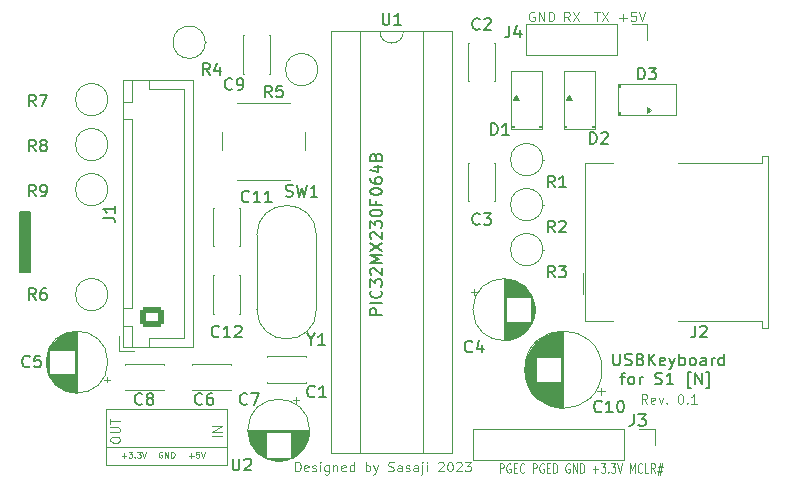
<source format=gto>
G04 #@! TF.GenerationSoftware,KiCad,Pcbnew,(6.0.6)*
G04 #@! TF.CreationDate,2023-05-14T15:30:47+09:00*
G04 #@! TF.ProjectId,USBKeyboard4S1,5553424b-6579-4626-9f61-72643453312e,0.1*
G04 #@! TF.SameCoordinates,Original*
G04 #@! TF.FileFunction,Legend,Top*
G04 #@! TF.FilePolarity,Positive*
%FSLAX46Y46*%
G04 Gerber Fmt 4.6, Leading zero omitted, Abs format (unit mm)*
G04 Created by KiCad (PCBNEW (6.0.6)) date 2023-05-14 15:30:47*
%MOMM*%
%LPD*%
G01*
G04 APERTURE LIST*
G04 Aperture macros list*
%AMRoundRect*
0 Rectangle with rounded corners*
0 $1 Rounding radius*
0 $2 $3 $4 $5 $6 $7 $8 $9 X,Y pos of 4 corners*
0 Add a 4 corners polygon primitive as box body*
4,1,4,$2,$3,$4,$5,$6,$7,$8,$9,$2,$3,0*
0 Add four circle primitives for the rounded corners*
1,1,$1+$1,$2,$3*
1,1,$1+$1,$4,$5*
1,1,$1+$1,$6,$7*
1,1,$1+$1,$8,$9*
0 Add four rect primitives between the rounded corners*
20,1,$1+$1,$2,$3,$4,$5,0*
20,1,$1+$1,$4,$5,$6,$7,0*
20,1,$1+$1,$6,$7,$8,$9,0*
20,1,$1+$1,$8,$9,$2,$3,0*%
G04 Aperture macros list end*
%ADD10C,0.100000*%
%ADD11C,0.150000*%
%ADD12C,0.120000*%
%ADD13R,1.700000X1.700000*%
%ADD14O,1.700000X1.700000*%
%ADD15R,1.905000X2.000000*%
%ADD16O,1.905000X2.000000*%
%ADD17C,1.600000*%
%ADD18R,1.600000X1.600000*%
%ADD19R,1.800000X1.800000*%
%ADD20C,1.800000*%
%ADD21C,2.200000*%
%ADD22O,1.600000X1.600000*%
%ADD23C,1.500000*%
%ADD24R,1.500000X1.600000*%
%ADD25C,4.300000*%
%ADD26C,2.000000*%
%ADD27RoundRect,0.250000X0.725000X-0.600000X0.725000X0.600000X-0.725000X0.600000X-0.725000X-0.600000X0*%
%ADD28O,1.950000X1.700000*%
G04 APERTURE END LIST*
D10*
G36*
X152400000Y-74295000D02*
G01*
X151892000Y-74295000D01*
X152146000Y-73914000D01*
X152400000Y-74295000D01*
G37*
X152400000Y-74295000D02*
X151892000Y-74295000D01*
X152146000Y-73914000D01*
X152400000Y-74295000D01*
G36*
X159131000Y-75185954D02*
G01*
X158750000Y-75439954D01*
X158750000Y-74931954D01*
X159131000Y-75185954D01*
G37*
X159131000Y-75185954D02*
X158750000Y-75439954D01*
X158750000Y-74931954D01*
X159131000Y-75185954D01*
G36*
X147955000Y-74295000D02*
G01*
X147447000Y-74295000D01*
X147701000Y-73914000D01*
X147955000Y-74295000D01*
G37*
X147955000Y-74295000D02*
X147447000Y-74295000D01*
X147701000Y-73914000D01*
X147955000Y-74295000D01*
D11*
G36*
X106553000Y-88900000D02*
G01*
X105664000Y-88900000D01*
X105664000Y-83820000D01*
X106553000Y-83820000D01*
X106553000Y-88900000D01*
G37*
X106553000Y-88900000D02*
X105664000Y-88900000D01*
X105664000Y-83820000D01*
X106553000Y-83820000D01*
X106553000Y-88900000D01*
X155910595Y-95802380D02*
X155910595Y-96611904D01*
X155958214Y-96707142D01*
X156005833Y-96754761D01*
X156101071Y-96802380D01*
X156291547Y-96802380D01*
X156386785Y-96754761D01*
X156434404Y-96707142D01*
X156482023Y-96611904D01*
X156482023Y-95802380D01*
X156910595Y-96754761D02*
X157053452Y-96802380D01*
X157291547Y-96802380D01*
X157386785Y-96754761D01*
X157434404Y-96707142D01*
X157482023Y-96611904D01*
X157482023Y-96516666D01*
X157434404Y-96421428D01*
X157386785Y-96373809D01*
X157291547Y-96326190D01*
X157101071Y-96278571D01*
X157005833Y-96230952D01*
X156958214Y-96183333D01*
X156910595Y-96088095D01*
X156910595Y-95992857D01*
X156958214Y-95897619D01*
X157005833Y-95850000D01*
X157101071Y-95802380D01*
X157339166Y-95802380D01*
X157482023Y-95850000D01*
X158243928Y-96278571D02*
X158386785Y-96326190D01*
X158434404Y-96373809D01*
X158482023Y-96469047D01*
X158482023Y-96611904D01*
X158434404Y-96707142D01*
X158386785Y-96754761D01*
X158291547Y-96802380D01*
X157910595Y-96802380D01*
X157910595Y-95802380D01*
X158243928Y-95802380D01*
X158339166Y-95850000D01*
X158386785Y-95897619D01*
X158434404Y-95992857D01*
X158434404Y-96088095D01*
X158386785Y-96183333D01*
X158339166Y-96230952D01*
X158243928Y-96278571D01*
X157910595Y-96278571D01*
X158910595Y-96802380D02*
X158910595Y-95802380D01*
X159482023Y-96802380D02*
X159053452Y-96230952D01*
X159482023Y-95802380D02*
X158910595Y-96373809D01*
X160291547Y-96754761D02*
X160196309Y-96802380D01*
X160005833Y-96802380D01*
X159910595Y-96754761D01*
X159862976Y-96659523D01*
X159862976Y-96278571D01*
X159910595Y-96183333D01*
X160005833Y-96135714D01*
X160196309Y-96135714D01*
X160291547Y-96183333D01*
X160339166Y-96278571D01*
X160339166Y-96373809D01*
X159862976Y-96469047D01*
X160672500Y-96135714D02*
X160910595Y-96802380D01*
X161148690Y-96135714D02*
X160910595Y-96802380D01*
X160815357Y-97040476D01*
X160767738Y-97088095D01*
X160672500Y-97135714D01*
X161529642Y-96802380D02*
X161529642Y-95802380D01*
X161529642Y-96183333D02*
X161624880Y-96135714D01*
X161815357Y-96135714D01*
X161910595Y-96183333D01*
X161958214Y-96230952D01*
X162005833Y-96326190D01*
X162005833Y-96611904D01*
X161958214Y-96707142D01*
X161910595Y-96754761D01*
X161815357Y-96802380D01*
X161624880Y-96802380D01*
X161529642Y-96754761D01*
X162577261Y-96802380D02*
X162482023Y-96754761D01*
X162434404Y-96707142D01*
X162386785Y-96611904D01*
X162386785Y-96326190D01*
X162434404Y-96230952D01*
X162482023Y-96183333D01*
X162577261Y-96135714D01*
X162720119Y-96135714D01*
X162815357Y-96183333D01*
X162862976Y-96230952D01*
X162910595Y-96326190D01*
X162910595Y-96611904D01*
X162862976Y-96707142D01*
X162815357Y-96754761D01*
X162720119Y-96802380D01*
X162577261Y-96802380D01*
X163767738Y-96802380D02*
X163767738Y-96278571D01*
X163720119Y-96183333D01*
X163624880Y-96135714D01*
X163434404Y-96135714D01*
X163339166Y-96183333D01*
X163767738Y-96754761D02*
X163672500Y-96802380D01*
X163434404Y-96802380D01*
X163339166Y-96754761D01*
X163291547Y-96659523D01*
X163291547Y-96564285D01*
X163339166Y-96469047D01*
X163434404Y-96421428D01*
X163672500Y-96421428D01*
X163767738Y-96373809D01*
X164243928Y-96802380D02*
X164243928Y-96135714D01*
X164243928Y-96326190D02*
X164291547Y-96230952D01*
X164339166Y-96183333D01*
X164434404Y-96135714D01*
X164529642Y-96135714D01*
X165291547Y-96802380D02*
X165291547Y-95802380D01*
X165291547Y-96754761D02*
X165196309Y-96802380D01*
X165005833Y-96802380D01*
X164910595Y-96754761D01*
X164862976Y-96707142D01*
X164815357Y-96611904D01*
X164815357Y-96326190D01*
X164862976Y-96230952D01*
X164910595Y-96183333D01*
X165005833Y-96135714D01*
X165196309Y-96135714D01*
X165291547Y-96183333D01*
X156529642Y-97745714D02*
X156910595Y-97745714D01*
X156672500Y-98412380D02*
X156672500Y-97555238D01*
X156720119Y-97460000D01*
X156815357Y-97412380D01*
X156910595Y-97412380D01*
X157386785Y-98412380D02*
X157291547Y-98364761D01*
X157243928Y-98317142D01*
X157196309Y-98221904D01*
X157196309Y-97936190D01*
X157243928Y-97840952D01*
X157291547Y-97793333D01*
X157386785Y-97745714D01*
X157529642Y-97745714D01*
X157624880Y-97793333D01*
X157672500Y-97840952D01*
X157720119Y-97936190D01*
X157720119Y-98221904D01*
X157672500Y-98317142D01*
X157624880Y-98364761D01*
X157529642Y-98412380D01*
X157386785Y-98412380D01*
X158148690Y-98412380D02*
X158148690Y-97745714D01*
X158148690Y-97936190D02*
X158196309Y-97840952D01*
X158243928Y-97793333D01*
X158339166Y-97745714D01*
X158434404Y-97745714D01*
X159482023Y-98364761D02*
X159624880Y-98412380D01*
X159862976Y-98412380D01*
X159958214Y-98364761D01*
X160005833Y-98317142D01*
X160053452Y-98221904D01*
X160053452Y-98126666D01*
X160005833Y-98031428D01*
X159958214Y-97983809D01*
X159862976Y-97936190D01*
X159672500Y-97888571D01*
X159577261Y-97840952D01*
X159529642Y-97793333D01*
X159482023Y-97698095D01*
X159482023Y-97602857D01*
X159529642Y-97507619D01*
X159577261Y-97460000D01*
X159672500Y-97412380D01*
X159910595Y-97412380D01*
X160053452Y-97460000D01*
X161005833Y-98412380D02*
X160434404Y-98412380D01*
X160720119Y-98412380D02*
X160720119Y-97412380D01*
X160624880Y-97555238D01*
X160529642Y-97650476D01*
X160434404Y-97698095D01*
X162482023Y-98745714D02*
X162243928Y-98745714D01*
X162243928Y-97317142D01*
X162482023Y-97317142D01*
X162862976Y-98412380D02*
X162862976Y-97412380D01*
X163434404Y-98412380D01*
X163434404Y-97412380D01*
X163815357Y-98745714D02*
X164053452Y-98745714D01*
X164053452Y-97317142D01*
X163815357Y-97317142D01*
D12*
X158807380Y-100056904D02*
X158540714Y-99675952D01*
X158350238Y-100056904D02*
X158350238Y-99256904D01*
X158655000Y-99256904D01*
X158731190Y-99295000D01*
X158769285Y-99333095D01*
X158807380Y-99409285D01*
X158807380Y-99523571D01*
X158769285Y-99599761D01*
X158731190Y-99637857D01*
X158655000Y-99675952D01*
X158350238Y-99675952D01*
X159455000Y-100018809D02*
X159378809Y-100056904D01*
X159226428Y-100056904D01*
X159150238Y-100018809D01*
X159112142Y-99942619D01*
X159112142Y-99637857D01*
X159150238Y-99561666D01*
X159226428Y-99523571D01*
X159378809Y-99523571D01*
X159455000Y-99561666D01*
X159493095Y-99637857D01*
X159493095Y-99714047D01*
X159112142Y-99790238D01*
X159759761Y-99523571D02*
X159950238Y-100056904D01*
X160140714Y-99523571D01*
X160445476Y-99980714D02*
X160483571Y-100018809D01*
X160445476Y-100056904D01*
X160407380Y-100018809D01*
X160445476Y-99980714D01*
X160445476Y-100056904D01*
X161588333Y-99256904D02*
X161664523Y-99256904D01*
X161740714Y-99295000D01*
X161778809Y-99333095D01*
X161816904Y-99409285D01*
X161855000Y-99561666D01*
X161855000Y-99752142D01*
X161816904Y-99904523D01*
X161778809Y-99980714D01*
X161740714Y-100018809D01*
X161664523Y-100056904D01*
X161588333Y-100056904D01*
X161512142Y-100018809D01*
X161474047Y-99980714D01*
X161435952Y-99904523D01*
X161397857Y-99752142D01*
X161397857Y-99561666D01*
X161435952Y-99409285D01*
X161474047Y-99333095D01*
X161512142Y-99295000D01*
X161588333Y-99256904D01*
X162197857Y-99980714D02*
X162235952Y-100018809D01*
X162197857Y-100056904D01*
X162159761Y-100018809D01*
X162197857Y-99980714D01*
X162197857Y-100056904D01*
X162997857Y-100056904D02*
X162540714Y-100056904D01*
X162769285Y-100056904D02*
X162769285Y-99256904D01*
X162693095Y-99371190D01*
X162616904Y-99447380D01*
X162540714Y-99485476D01*
X128988476Y-105771904D02*
X128988476Y-104971904D01*
X129178952Y-104971904D01*
X129293238Y-105010000D01*
X129369428Y-105086190D01*
X129407523Y-105162380D01*
X129445619Y-105314761D01*
X129445619Y-105429047D01*
X129407523Y-105581428D01*
X129369428Y-105657619D01*
X129293238Y-105733809D01*
X129178952Y-105771904D01*
X128988476Y-105771904D01*
X130093238Y-105733809D02*
X130017047Y-105771904D01*
X129864666Y-105771904D01*
X129788476Y-105733809D01*
X129750380Y-105657619D01*
X129750380Y-105352857D01*
X129788476Y-105276666D01*
X129864666Y-105238571D01*
X130017047Y-105238571D01*
X130093238Y-105276666D01*
X130131333Y-105352857D01*
X130131333Y-105429047D01*
X129750380Y-105505238D01*
X130436095Y-105733809D02*
X130512285Y-105771904D01*
X130664666Y-105771904D01*
X130740857Y-105733809D01*
X130778952Y-105657619D01*
X130778952Y-105619523D01*
X130740857Y-105543333D01*
X130664666Y-105505238D01*
X130550380Y-105505238D01*
X130474190Y-105467142D01*
X130436095Y-105390952D01*
X130436095Y-105352857D01*
X130474190Y-105276666D01*
X130550380Y-105238571D01*
X130664666Y-105238571D01*
X130740857Y-105276666D01*
X131121809Y-105771904D02*
X131121809Y-105238571D01*
X131121809Y-104971904D02*
X131083714Y-105010000D01*
X131121809Y-105048095D01*
X131159904Y-105010000D01*
X131121809Y-104971904D01*
X131121809Y-105048095D01*
X131845619Y-105238571D02*
X131845619Y-105886190D01*
X131807523Y-105962380D01*
X131769428Y-106000476D01*
X131693238Y-106038571D01*
X131578952Y-106038571D01*
X131502761Y-106000476D01*
X131845619Y-105733809D02*
X131769428Y-105771904D01*
X131617047Y-105771904D01*
X131540857Y-105733809D01*
X131502761Y-105695714D01*
X131464666Y-105619523D01*
X131464666Y-105390952D01*
X131502761Y-105314761D01*
X131540857Y-105276666D01*
X131617047Y-105238571D01*
X131769428Y-105238571D01*
X131845619Y-105276666D01*
X132226571Y-105238571D02*
X132226571Y-105771904D01*
X132226571Y-105314761D02*
X132264666Y-105276666D01*
X132340857Y-105238571D01*
X132455142Y-105238571D01*
X132531333Y-105276666D01*
X132569428Y-105352857D01*
X132569428Y-105771904D01*
X133255142Y-105733809D02*
X133178952Y-105771904D01*
X133026571Y-105771904D01*
X132950380Y-105733809D01*
X132912285Y-105657619D01*
X132912285Y-105352857D01*
X132950380Y-105276666D01*
X133026571Y-105238571D01*
X133178952Y-105238571D01*
X133255142Y-105276666D01*
X133293238Y-105352857D01*
X133293238Y-105429047D01*
X132912285Y-105505238D01*
X133978952Y-105771904D02*
X133978952Y-104971904D01*
X133978952Y-105733809D02*
X133902761Y-105771904D01*
X133750380Y-105771904D01*
X133674190Y-105733809D01*
X133636095Y-105695714D01*
X133598000Y-105619523D01*
X133598000Y-105390952D01*
X133636095Y-105314761D01*
X133674190Y-105276666D01*
X133750380Y-105238571D01*
X133902761Y-105238571D01*
X133978952Y-105276666D01*
X134969428Y-105771904D02*
X134969428Y-104971904D01*
X134969428Y-105276666D02*
X135045619Y-105238571D01*
X135198000Y-105238571D01*
X135274190Y-105276666D01*
X135312285Y-105314761D01*
X135350380Y-105390952D01*
X135350380Y-105619523D01*
X135312285Y-105695714D01*
X135274190Y-105733809D01*
X135198000Y-105771904D01*
X135045619Y-105771904D01*
X134969428Y-105733809D01*
X135617047Y-105238571D02*
X135807523Y-105771904D01*
X135998000Y-105238571D02*
X135807523Y-105771904D01*
X135731333Y-105962380D01*
X135693238Y-106000476D01*
X135617047Y-106038571D01*
X136874190Y-105733809D02*
X136988476Y-105771904D01*
X137178952Y-105771904D01*
X137255142Y-105733809D01*
X137293238Y-105695714D01*
X137331333Y-105619523D01*
X137331333Y-105543333D01*
X137293238Y-105467142D01*
X137255142Y-105429047D01*
X137178952Y-105390952D01*
X137026571Y-105352857D01*
X136950380Y-105314761D01*
X136912285Y-105276666D01*
X136874190Y-105200476D01*
X136874190Y-105124285D01*
X136912285Y-105048095D01*
X136950380Y-105010000D01*
X137026571Y-104971904D01*
X137217047Y-104971904D01*
X137331333Y-105010000D01*
X138017047Y-105771904D02*
X138017047Y-105352857D01*
X137978952Y-105276666D01*
X137902761Y-105238571D01*
X137750380Y-105238571D01*
X137674190Y-105276666D01*
X138017047Y-105733809D02*
X137940857Y-105771904D01*
X137750380Y-105771904D01*
X137674190Y-105733809D01*
X137636095Y-105657619D01*
X137636095Y-105581428D01*
X137674190Y-105505238D01*
X137750380Y-105467142D01*
X137940857Y-105467142D01*
X138017047Y-105429047D01*
X138359904Y-105733809D02*
X138436095Y-105771904D01*
X138588476Y-105771904D01*
X138664666Y-105733809D01*
X138702761Y-105657619D01*
X138702761Y-105619523D01*
X138664666Y-105543333D01*
X138588476Y-105505238D01*
X138474190Y-105505238D01*
X138398000Y-105467142D01*
X138359904Y-105390952D01*
X138359904Y-105352857D01*
X138398000Y-105276666D01*
X138474190Y-105238571D01*
X138588476Y-105238571D01*
X138664666Y-105276666D01*
X139388476Y-105771904D02*
X139388476Y-105352857D01*
X139350380Y-105276666D01*
X139274190Y-105238571D01*
X139121809Y-105238571D01*
X139045619Y-105276666D01*
X139388476Y-105733809D02*
X139312285Y-105771904D01*
X139121809Y-105771904D01*
X139045619Y-105733809D01*
X139007523Y-105657619D01*
X139007523Y-105581428D01*
X139045619Y-105505238D01*
X139121809Y-105467142D01*
X139312285Y-105467142D01*
X139388476Y-105429047D01*
X139769428Y-105238571D02*
X139769428Y-105924285D01*
X139731333Y-106000476D01*
X139655142Y-106038571D01*
X139617047Y-106038571D01*
X139769428Y-104971904D02*
X139731333Y-105010000D01*
X139769428Y-105048095D01*
X139807523Y-105010000D01*
X139769428Y-104971904D01*
X139769428Y-105048095D01*
X140150380Y-105771904D02*
X140150380Y-105238571D01*
X140150380Y-104971904D02*
X140112285Y-105010000D01*
X140150380Y-105048095D01*
X140188476Y-105010000D01*
X140150380Y-104971904D01*
X140150380Y-105048095D01*
X141102761Y-105048095D02*
X141140857Y-105010000D01*
X141217047Y-104971904D01*
X141407523Y-104971904D01*
X141483714Y-105010000D01*
X141521809Y-105048095D01*
X141559904Y-105124285D01*
X141559904Y-105200476D01*
X141521809Y-105314761D01*
X141064666Y-105771904D01*
X141559904Y-105771904D01*
X142055142Y-104971904D02*
X142131333Y-104971904D01*
X142207523Y-105010000D01*
X142245619Y-105048095D01*
X142283714Y-105124285D01*
X142321809Y-105276666D01*
X142321809Y-105467142D01*
X142283714Y-105619523D01*
X142245619Y-105695714D01*
X142207523Y-105733809D01*
X142131333Y-105771904D01*
X142055142Y-105771904D01*
X141978952Y-105733809D01*
X141940857Y-105695714D01*
X141902761Y-105619523D01*
X141864666Y-105467142D01*
X141864666Y-105276666D01*
X141902761Y-105124285D01*
X141940857Y-105048095D01*
X141978952Y-105010000D01*
X142055142Y-104971904D01*
X142626571Y-105048095D02*
X142664666Y-105010000D01*
X142740857Y-104971904D01*
X142931333Y-104971904D01*
X143007523Y-105010000D01*
X143045619Y-105048095D01*
X143083714Y-105124285D01*
X143083714Y-105200476D01*
X143045619Y-105314761D01*
X142588476Y-105771904D01*
X143083714Y-105771904D01*
X143350380Y-104971904D02*
X143845619Y-104971904D01*
X143578952Y-105276666D01*
X143693238Y-105276666D01*
X143769428Y-105314761D01*
X143807523Y-105352857D01*
X143845619Y-105429047D01*
X143845619Y-105619523D01*
X143807523Y-105695714D01*
X143769428Y-105733809D01*
X143693238Y-105771904D01*
X143464666Y-105771904D01*
X143388476Y-105733809D01*
X143350380Y-105695714D01*
D11*
X147113666Y-68032380D02*
X147113666Y-68746666D01*
X147066047Y-68889523D01*
X146970809Y-68984761D01*
X146827952Y-69032380D01*
X146732714Y-69032380D01*
X148018428Y-68365714D02*
X148018428Y-69032380D01*
X147780333Y-67984761D02*
X147542238Y-68699047D01*
X148161285Y-68699047D01*
D12*
X156451428Y-67367142D02*
X157060952Y-67367142D01*
X156756190Y-67671904D02*
X156756190Y-67062380D01*
X157822857Y-66871904D02*
X157441904Y-66871904D01*
X157403809Y-67252857D01*
X157441904Y-67214761D01*
X157518095Y-67176666D01*
X157708571Y-67176666D01*
X157784761Y-67214761D01*
X157822857Y-67252857D01*
X157860952Y-67329047D01*
X157860952Y-67519523D01*
X157822857Y-67595714D01*
X157784761Y-67633809D01*
X157708571Y-67671904D01*
X157518095Y-67671904D01*
X157441904Y-67633809D01*
X157403809Y-67595714D01*
X158089523Y-66871904D02*
X158356190Y-67671904D01*
X158622857Y-66871904D01*
X149250476Y-66910000D02*
X149174285Y-66871904D01*
X149060000Y-66871904D01*
X148945714Y-66910000D01*
X148869523Y-66986190D01*
X148831428Y-67062380D01*
X148793333Y-67214761D01*
X148793333Y-67329047D01*
X148831428Y-67481428D01*
X148869523Y-67557619D01*
X148945714Y-67633809D01*
X149060000Y-67671904D01*
X149136190Y-67671904D01*
X149250476Y-67633809D01*
X149288571Y-67595714D01*
X149288571Y-67329047D01*
X149136190Y-67329047D01*
X149631428Y-67671904D02*
X149631428Y-66871904D01*
X150088571Y-67671904D01*
X150088571Y-66871904D01*
X150469523Y-67671904D02*
X150469523Y-66871904D01*
X150660000Y-66871904D01*
X150774285Y-66910000D01*
X150850476Y-66986190D01*
X150888571Y-67062380D01*
X150926666Y-67214761D01*
X150926666Y-67329047D01*
X150888571Y-67481428D01*
X150850476Y-67557619D01*
X150774285Y-67633809D01*
X150660000Y-67671904D01*
X150469523Y-67671904D01*
X154330476Y-66871904D02*
X154787619Y-66871904D01*
X154559047Y-67671904D02*
X154559047Y-66871904D01*
X154978095Y-66871904D02*
X155511428Y-67671904D01*
X155511428Y-66871904D02*
X154978095Y-67671904D01*
X152236666Y-67671904D02*
X151970000Y-67290952D01*
X151779523Y-67671904D02*
X151779523Y-66871904D01*
X152084285Y-66871904D01*
X152160476Y-66910000D01*
X152198571Y-66948095D01*
X152236666Y-67024285D01*
X152236666Y-67138571D01*
X152198571Y-67214761D01*
X152160476Y-67252857D01*
X152084285Y-67290952D01*
X151779523Y-67290952D01*
X152503333Y-66871904D02*
X153036666Y-67671904D01*
X153036666Y-66871904D02*
X152503333Y-67671904D01*
D11*
X123698095Y-104692380D02*
X123698095Y-105501904D01*
X123745714Y-105597142D01*
X123793333Y-105644761D01*
X123888571Y-105692380D01*
X124079047Y-105692380D01*
X124174285Y-105644761D01*
X124221904Y-105597142D01*
X124269523Y-105501904D01*
X124269523Y-104692380D01*
X124698095Y-104787619D02*
X124745714Y-104740000D01*
X124840952Y-104692380D01*
X125079047Y-104692380D01*
X125174285Y-104740000D01*
X125221904Y-104787619D01*
X125269523Y-104882857D01*
X125269523Y-104978095D01*
X125221904Y-105120952D01*
X124650476Y-105692380D01*
X125269523Y-105692380D01*
D10*
X114316000Y-104429714D02*
X114696952Y-104429714D01*
X114506476Y-104620190D02*
X114506476Y-104239238D01*
X114887428Y-104120190D02*
X115196952Y-104120190D01*
X115030285Y-104310666D01*
X115101714Y-104310666D01*
X115149333Y-104334476D01*
X115173142Y-104358285D01*
X115196952Y-104405904D01*
X115196952Y-104524952D01*
X115173142Y-104572571D01*
X115149333Y-104596380D01*
X115101714Y-104620190D01*
X114958857Y-104620190D01*
X114911238Y-104596380D01*
X114887428Y-104572571D01*
X115411238Y-104572571D02*
X115435047Y-104596380D01*
X115411238Y-104620190D01*
X115387428Y-104596380D01*
X115411238Y-104572571D01*
X115411238Y-104620190D01*
X115601714Y-104120190D02*
X115911238Y-104120190D01*
X115744571Y-104310666D01*
X115816000Y-104310666D01*
X115863619Y-104334476D01*
X115887428Y-104358285D01*
X115911238Y-104405904D01*
X115911238Y-104524952D01*
X115887428Y-104572571D01*
X115863619Y-104596380D01*
X115816000Y-104620190D01*
X115673142Y-104620190D01*
X115625523Y-104596380D01*
X115601714Y-104572571D01*
X116054095Y-104120190D02*
X116220761Y-104620190D01*
X116387428Y-104120190D01*
D12*
X122789904Y-102781047D02*
X121989904Y-102781047D01*
X122789904Y-102400095D02*
X121989904Y-102400095D01*
X122789904Y-101942952D01*
X121989904Y-101942952D01*
D10*
X120007142Y-104429714D02*
X120388095Y-104429714D01*
X120197619Y-104620190D02*
X120197619Y-104239238D01*
X120864285Y-104120190D02*
X120626190Y-104120190D01*
X120602380Y-104358285D01*
X120626190Y-104334476D01*
X120673809Y-104310666D01*
X120792857Y-104310666D01*
X120840476Y-104334476D01*
X120864285Y-104358285D01*
X120888095Y-104405904D01*
X120888095Y-104524952D01*
X120864285Y-104572571D01*
X120840476Y-104596380D01*
X120792857Y-104620190D01*
X120673809Y-104620190D01*
X120626190Y-104596380D01*
X120602380Y-104572571D01*
X121030952Y-104120190D02*
X121197619Y-104620190D01*
X121364285Y-104120190D01*
X117729047Y-104144000D02*
X117681428Y-104120190D01*
X117610000Y-104120190D01*
X117538571Y-104144000D01*
X117490952Y-104191619D01*
X117467142Y-104239238D01*
X117443333Y-104334476D01*
X117443333Y-104405904D01*
X117467142Y-104501142D01*
X117490952Y-104548761D01*
X117538571Y-104596380D01*
X117610000Y-104620190D01*
X117657619Y-104620190D01*
X117729047Y-104596380D01*
X117752857Y-104572571D01*
X117752857Y-104405904D01*
X117657619Y-104405904D01*
X117967142Y-104620190D02*
X117967142Y-104120190D01*
X118252857Y-104620190D01*
X118252857Y-104120190D01*
X118490952Y-104620190D02*
X118490952Y-104120190D01*
X118610000Y-104120190D01*
X118681428Y-104144000D01*
X118729047Y-104191619D01*
X118752857Y-104239238D01*
X118776666Y-104334476D01*
X118776666Y-104405904D01*
X118752857Y-104501142D01*
X118729047Y-104548761D01*
X118681428Y-104596380D01*
X118610000Y-104620190D01*
X118490952Y-104620190D01*
D12*
X113353904Y-103162000D02*
X113353904Y-103009619D01*
X113392000Y-102933428D01*
X113468190Y-102857238D01*
X113620571Y-102819142D01*
X113887238Y-102819142D01*
X114039619Y-102857238D01*
X114115809Y-102933428D01*
X114153904Y-103009619D01*
X114153904Y-103162000D01*
X114115809Y-103238190D01*
X114039619Y-103314380D01*
X113887238Y-103352476D01*
X113620571Y-103352476D01*
X113468190Y-103314380D01*
X113392000Y-103238190D01*
X113353904Y-103162000D01*
X113353904Y-102476285D02*
X114001523Y-102476285D01*
X114077714Y-102438190D01*
X114115809Y-102400095D01*
X114153904Y-102323904D01*
X114153904Y-102171523D01*
X114115809Y-102095333D01*
X114077714Y-102057238D01*
X114001523Y-102019142D01*
X113353904Y-102019142D01*
X113353904Y-101752476D02*
X113353904Y-101295333D01*
X114153904Y-101523904D02*
X113353904Y-101523904D01*
D11*
X116038333Y-100052142D02*
X115990714Y-100099761D01*
X115847857Y-100147380D01*
X115752619Y-100147380D01*
X115609761Y-100099761D01*
X115514523Y-100004523D01*
X115466904Y-99909285D01*
X115419285Y-99718809D01*
X115419285Y-99575952D01*
X115466904Y-99385476D01*
X115514523Y-99290238D01*
X115609761Y-99195000D01*
X115752619Y-99147380D01*
X115847857Y-99147380D01*
X115990714Y-99195000D01*
X116038333Y-99242619D01*
X116609761Y-99575952D02*
X116514523Y-99528333D01*
X116466904Y-99480714D01*
X116419285Y-99385476D01*
X116419285Y-99337857D01*
X116466904Y-99242619D01*
X116514523Y-99195000D01*
X116609761Y-99147380D01*
X116800238Y-99147380D01*
X116895476Y-99195000D01*
X116943095Y-99242619D01*
X116990714Y-99337857D01*
X116990714Y-99385476D01*
X116943095Y-99480714D01*
X116895476Y-99528333D01*
X116800238Y-99575952D01*
X116609761Y-99575952D01*
X116514523Y-99623571D01*
X116466904Y-99671190D01*
X116419285Y-99766428D01*
X116419285Y-99956904D01*
X116466904Y-100052142D01*
X116514523Y-100099761D01*
X116609761Y-100147380D01*
X116800238Y-100147380D01*
X116895476Y-100099761D01*
X116943095Y-100052142D01*
X116990714Y-99956904D01*
X116990714Y-99766428D01*
X116943095Y-99671190D01*
X116895476Y-99623571D01*
X116800238Y-99575952D01*
X124928333Y-100052142D02*
X124880714Y-100099761D01*
X124737857Y-100147380D01*
X124642619Y-100147380D01*
X124499761Y-100099761D01*
X124404523Y-100004523D01*
X124356904Y-99909285D01*
X124309285Y-99718809D01*
X124309285Y-99575952D01*
X124356904Y-99385476D01*
X124404523Y-99290238D01*
X124499761Y-99195000D01*
X124642619Y-99147380D01*
X124737857Y-99147380D01*
X124880714Y-99195000D01*
X124928333Y-99242619D01*
X125261666Y-99147380D02*
X125928333Y-99147380D01*
X125499761Y-100147380D01*
X145565904Y-77287380D02*
X145565904Y-76287380D01*
X145804000Y-76287380D01*
X145946857Y-76335000D01*
X146042095Y-76430238D01*
X146089714Y-76525476D01*
X146137333Y-76715952D01*
X146137333Y-76858809D01*
X146089714Y-77049285D01*
X146042095Y-77144523D01*
X145946857Y-77239761D01*
X145804000Y-77287380D01*
X145565904Y-77287380D01*
X147089714Y-77287380D02*
X146518285Y-77287380D01*
X146804000Y-77287380D02*
X146804000Y-76287380D01*
X146708761Y-76430238D01*
X146613523Y-76525476D01*
X146518285Y-76573095D01*
X121118333Y-100052142D02*
X121070714Y-100099761D01*
X120927857Y-100147380D01*
X120832619Y-100147380D01*
X120689761Y-100099761D01*
X120594523Y-100004523D01*
X120546904Y-99909285D01*
X120499285Y-99718809D01*
X120499285Y-99575952D01*
X120546904Y-99385476D01*
X120594523Y-99290238D01*
X120689761Y-99195000D01*
X120832619Y-99147380D01*
X120927857Y-99147380D01*
X121070714Y-99195000D01*
X121118333Y-99242619D01*
X121975476Y-99147380D02*
X121785000Y-99147380D01*
X121689761Y-99195000D01*
X121642142Y-99242619D01*
X121546904Y-99385476D01*
X121499285Y-99575952D01*
X121499285Y-99956904D01*
X121546904Y-100052142D01*
X121594523Y-100099761D01*
X121689761Y-100147380D01*
X121880238Y-100147380D01*
X121975476Y-100099761D01*
X122023095Y-100052142D01*
X122070714Y-99956904D01*
X122070714Y-99718809D01*
X122023095Y-99623571D01*
X121975476Y-99575952D01*
X121880238Y-99528333D01*
X121689761Y-99528333D01*
X121594523Y-99575952D01*
X121546904Y-99623571D01*
X121499285Y-99718809D01*
X121753333Y-72207380D02*
X121420000Y-71731190D01*
X121181904Y-72207380D02*
X121181904Y-71207380D01*
X121562857Y-71207380D01*
X121658095Y-71255000D01*
X121705714Y-71302619D01*
X121753333Y-71397857D01*
X121753333Y-71540714D01*
X121705714Y-71635952D01*
X121658095Y-71683571D01*
X121562857Y-71731190D01*
X121181904Y-71731190D01*
X122610476Y-71540714D02*
X122610476Y-72207380D01*
X122372380Y-71159761D02*
X122134285Y-71874047D01*
X122753333Y-71874047D01*
X107021333Y-74874380D02*
X106688000Y-74398190D01*
X106449904Y-74874380D02*
X106449904Y-73874380D01*
X106830857Y-73874380D01*
X106926095Y-73922000D01*
X106973714Y-73969619D01*
X107021333Y-74064857D01*
X107021333Y-74207714D01*
X106973714Y-74302952D01*
X106926095Y-74350571D01*
X106830857Y-74398190D01*
X106449904Y-74398190D01*
X107354666Y-73874380D02*
X108021333Y-73874380D01*
X107592761Y-74874380D01*
X130333809Y-94591190D02*
X130333809Y-95067380D01*
X130000476Y-94067380D02*
X130333809Y-94591190D01*
X130667142Y-94067380D01*
X131524285Y-95067380D02*
X130952857Y-95067380D01*
X131238571Y-95067380D02*
X131238571Y-94067380D01*
X131143333Y-94210238D01*
X131048095Y-94305476D01*
X130952857Y-94353095D01*
X130643333Y-99417142D02*
X130595714Y-99464761D01*
X130452857Y-99512380D01*
X130357619Y-99512380D01*
X130214761Y-99464761D01*
X130119523Y-99369523D01*
X130071904Y-99274285D01*
X130024285Y-99083809D01*
X130024285Y-98940952D01*
X130071904Y-98750476D01*
X130119523Y-98655238D01*
X130214761Y-98560000D01*
X130357619Y-98512380D01*
X130452857Y-98512380D01*
X130595714Y-98560000D01*
X130643333Y-98607619D01*
X131595714Y-99512380D02*
X131024285Y-99512380D01*
X131310000Y-99512380D02*
X131310000Y-98512380D01*
X131214761Y-98655238D01*
X131119523Y-98750476D01*
X131024285Y-98798095D01*
X157654666Y-100925380D02*
X157654666Y-101639666D01*
X157607047Y-101782523D01*
X157511809Y-101877761D01*
X157368952Y-101925380D01*
X157273714Y-101925380D01*
X158035619Y-100925380D02*
X158654666Y-100925380D01*
X158321333Y-101306333D01*
X158464190Y-101306333D01*
X158559428Y-101353952D01*
X158607047Y-101401571D01*
X158654666Y-101496809D01*
X158654666Y-101734904D01*
X158607047Y-101830142D01*
X158559428Y-101877761D01*
X158464190Y-101925380D01*
X158178476Y-101925380D01*
X158083238Y-101877761D01*
X158035619Y-101830142D01*
D12*
X146304857Y-105898904D02*
X146304857Y-105098904D01*
X146533428Y-105098904D01*
X146590571Y-105137000D01*
X146619142Y-105175095D01*
X146647714Y-105251285D01*
X146647714Y-105365571D01*
X146619142Y-105441761D01*
X146590571Y-105479857D01*
X146533428Y-105517952D01*
X146304857Y-105517952D01*
X147219142Y-105137000D02*
X147162000Y-105098904D01*
X147076285Y-105098904D01*
X146990571Y-105137000D01*
X146933428Y-105213190D01*
X146904857Y-105289380D01*
X146876285Y-105441761D01*
X146876285Y-105556047D01*
X146904857Y-105708428D01*
X146933428Y-105784619D01*
X146990571Y-105860809D01*
X147076285Y-105898904D01*
X147133428Y-105898904D01*
X147219142Y-105860809D01*
X147247714Y-105822714D01*
X147247714Y-105556047D01*
X147133428Y-105556047D01*
X147504857Y-105479857D02*
X147704857Y-105479857D01*
X147790571Y-105898904D02*
X147504857Y-105898904D01*
X147504857Y-105098904D01*
X147790571Y-105098904D01*
X148390571Y-105822714D02*
X148362000Y-105860809D01*
X148276285Y-105898904D01*
X148219142Y-105898904D01*
X148133428Y-105860809D01*
X148076285Y-105784619D01*
X148047714Y-105708428D01*
X148019142Y-105556047D01*
X148019142Y-105441761D01*
X148047714Y-105289380D01*
X148076285Y-105213190D01*
X148133428Y-105137000D01*
X148219142Y-105098904D01*
X148276285Y-105098904D01*
X148362000Y-105137000D01*
X148390571Y-105175095D01*
X149104857Y-105898904D02*
X149104857Y-105098904D01*
X149333428Y-105098904D01*
X149390571Y-105137000D01*
X149419142Y-105175095D01*
X149447714Y-105251285D01*
X149447714Y-105365571D01*
X149419142Y-105441761D01*
X149390571Y-105479857D01*
X149333428Y-105517952D01*
X149104857Y-105517952D01*
X150019142Y-105137000D02*
X149962000Y-105098904D01*
X149876285Y-105098904D01*
X149790571Y-105137000D01*
X149733428Y-105213190D01*
X149704857Y-105289380D01*
X149676285Y-105441761D01*
X149676285Y-105556047D01*
X149704857Y-105708428D01*
X149733428Y-105784619D01*
X149790571Y-105860809D01*
X149876285Y-105898904D01*
X149933428Y-105898904D01*
X150019142Y-105860809D01*
X150047714Y-105822714D01*
X150047714Y-105556047D01*
X149933428Y-105556047D01*
X150304857Y-105479857D02*
X150504857Y-105479857D01*
X150590571Y-105898904D02*
X150304857Y-105898904D01*
X150304857Y-105098904D01*
X150590571Y-105098904D01*
X150847714Y-105898904D02*
X150847714Y-105098904D01*
X150990571Y-105098904D01*
X151076285Y-105137000D01*
X151133428Y-105213190D01*
X151162000Y-105289380D01*
X151190571Y-105441761D01*
X151190571Y-105556047D01*
X151162000Y-105708428D01*
X151133428Y-105784619D01*
X151076285Y-105860809D01*
X150990571Y-105898904D01*
X150847714Y-105898904D01*
X152219142Y-105137000D02*
X152162000Y-105098904D01*
X152076285Y-105098904D01*
X151990571Y-105137000D01*
X151933428Y-105213190D01*
X151904857Y-105289380D01*
X151876285Y-105441761D01*
X151876285Y-105556047D01*
X151904857Y-105708428D01*
X151933428Y-105784619D01*
X151990571Y-105860809D01*
X152076285Y-105898904D01*
X152133428Y-105898904D01*
X152219142Y-105860809D01*
X152247714Y-105822714D01*
X152247714Y-105556047D01*
X152133428Y-105556047D01*
X152504857Y-105898904D02*
X152504857Y-105098904D01*
X152847714Y-105898904D01*
X152847714Y-105098904D01*
X153133428Y-105898904D02*
X153133428Y-105098904D01*
X153276285Y-105098904D01*
X153362000Y-105137000D01*
X153419142Y-105213190D01*
X153447714Y-105289380D01*
X153476285Y-105441761D01*
X153476285Y-105556047D01*
X153447714Y-105708428D01*
X153419142Y-105784619D01*
X153362000Y-105860809D01*
X153276285Y-105898904D01*
X153133428Y-105898904D01*
X154190571Y-105594142D02*
X154647714Y-105594142D01*
X154419142Y-105898904D02*
X154419142Y-105289380D01*
X154876285Y-105098904D02*
X155247714Y-105098904D01*
X155047714Y-105403666D01*
X155133428Y-105403666D01*
X155190571Y-105441761D01*
X155219142Y-105479857D01*
X155247714Y-105556047D01*
X155247714Y-105746523D01*
X155219142Y-105822714D01*
X155190571Y-105860809D01*
X155133428Y-105898904D01*
X154962000Y-105898904D01*
X154904857Y-105860809D01*
X154876285Y-105822714D01*
X155504857Y-105822714D02*
X155533428Y-105860809D01*
X155504857Y-105898904D01*
X155476285Y-105860809D01*
X155504857Y-105822714D01*
X155504857Y-105898904D01*
X155733428Y-105098904D02*
X156104857Y-105098904D01*
X155904857Y-105403666D01*
X155990571Y-105403666D01*
X156047714Y-105441761D01*
X156076285Y-105479857D01*
X156104857Y-105556047D01*
X156104857Y-105746523D01*
X156076285Y-105822714D01*
X156047714Y-105860809D01*
X155990571Y-105898904D01*
X155819142Y-105898904D01*
X155762000Y-105860809D01*
X155733428Y-105822714D01*
X156276285Y-105098904D02*
X156476285Y-105898904D01*
X156676285Y-105098904D01*
X157333428Y-105898904D02*
X157333428Y-105098904D01*
X157533428Y-105670333D01*
X157733428Y-105098904D01*
X157733428Y-105898904D01*
X158362000Y-105822714D02*
X158333428Y-105860809D01*
X158247714Y-105898904D01*
X158190571Y-105898904D01*
X158104857Y-105860809D01*
X158047714Y-105784619D01*
X158019142Y-105708428D01*
X157990571Y-105556047D01*
X157990571Y-105441761D01*
X158019142Y-105289380D01*
X158047714Y-105213190D01*
X158104857Y-105137000D01*
X158190571Y-105098904D01*
X158247714Y-105098904D01*
X158333428Y-105137000D01*
X158362000Y-105175095D01*
X158904857Y-105898904D02*
X158619142Y-105898904D01*
X158619142Y-105098904D01*
X159447714Y-105898904D02*
X159247714Y-105517952D01*
X159104857Y-105898904D02*
X159104857Y-105098904D01*
X159333428Y-105098904D01*
X159390571Y-105137000D01*
X159419142Y-105175095D01*
X159447714Y-105251285D01*
X159447714Y-105365571D01*
X159419142Y-105441761D01*
X159390571Y-105479857D01*
X159333428Y-105517952D01*
X159104857Y-105517952D01*
X159676285Y-105365571D02*
X160104857Y-105365571D01*
X159847714Y-105022714D02*
X159676285Y-106051285D01*
X160047714Y-105708428D02*
X159619142Y-105708428D01*
X159876285Y-106051285D02*
X160047714Y-105022714D01*
D11*
X127003333Y-74112380D02*
X126670000Y-73636190D01*
X126431904Y-74112380D02*
X126431904Y-73112380D01*
X126812857Y-73112380D01*
X126908095Y-73160000D01*
X126955714Y-73207619D01*
X127003333Y-73302857D01*
X127003333Y-73445714D01*
X126955714Y-73540952D01*
X126908095Y-73588571D01*
X126812857Y-73636190D01*
X126431904Y-73636190D01*
X127908095Y-73112380D02*
X127431904Y-73112380D01*
X127384285Y-73588571D01*
X127431904Y-73540952D01*
X127527142Y-73493333D01*
X127765238Y-73493333D01*
X127860476Y-73540952D01*
X127908095Y-73588571D01*
X127955714Y-73683809D01*
X127955714Y-73921904D01*
X127908095Y-74017142D01*
X127860476Y-74064761D01*
X127765238Y-74112380D01*
X127527142Y-74112380D01*
X127431904Y-74064761D01*
X127384285Y-74017142D01*
X144613333Y-68302142D02*
X144565714Y-68349761D01*
X144422857Y-68397380D01*
X144327619Y-68397380D01*
X144184761Y-68349761D01*
X144089523Y-68254523D01*
X144041904Y-68159285D01*
X143994285Y-67968809D01*
X143994285Y-67825952D01*
X144041904Y-67635476D01*
X144089523Y-67540238D01*
X144184761Y-67445000D01*
X144327619Y-67397380D01*
X144422857Y-67397380D01*
X144565714Y-67445000D01*
X144613333Y-67492619D01*
X144994285Y-67492619D02*
X145041904Y-67445000D01*
X145137142Y-67397380D01*
X145375238Y-67397380D01*
X145470476Y-67445000D01*
X145518095Y-67492619D01*
X145565714Y-67587857D01*
X145565714Y-67683095D01*
X145518095Y-67825952D01*
X144946666Y-68397380D01*
X145565714Y-68397380D01*
X154932142Y-100687142D02*
X154884523Y-100734761D01*
X154741666Y-100782380D01*
X154646428Y-100782380D01*
X154503571Y-100734761D01*
X154408333Y-100639523D01*
X154360714Y-100544285D01*
X154313095Y-100353809D01*
X154313095Y-100210952D01*
X154360714Y-100020476D01*
X154408333Y-99925238D01*
X154503571Y-99830000D01*
X154646428Y-99782380D01*
X154741666Y-99782380D01*
X154884523Y-99830000D01*
X154932142Y-99877619D01*
X155884523Y-100782380D02*
X155313095Y-100782380D01*
X155598809Y-100782380D02*
X155598809Y-99782380D01*
X155503571Y-99925238D01*
X155408333Y-100020476D01*
X155313095Y-100068095D01*
X156503571Y-99782380D02*
X156598809Y-99782380D01*
X156694047Y-99830000D01*
X156741666Y-99877619D01*
X156789285Y-99972857D01*
X156836904Y-100163333D01*
X156836904Y-100401428D01*
X156789285Y-100591904D01*
X156741666Y-100687142D01*
X156694047Y-100734761D01*
X156598809Y-100782380D01*
X156503571Y-100782380D01*
X156408333Y-100734761D01*
X156360714Y-100687142D01*
X156313095Y-100591904D01*
X156265476Y-100401428D01*
X156265476Y-100163333D01*
X156313095Y-99972857D01*
X156360714Y-99877619D01*
X156408333Y-99830000D01*
X156503571Y-99782380D01*
X162861666Y-93432380D02*
X162861666Y-94146666D01*
X162814047Y-94289523D01*
X162718809Y-94384761D01*
X162575952Y-94432380D01*
X162480714Y-94432380D01*
X163290238Y-93527619D02*
X163337857Y-93480000D01*
X163433095Y-93432380D01*
X163671190Y-93432380D01*
X163766428Y-93480000D01*
X163814047Y-93527619D01*
X163861666Y-93622857D01*
X163861666Y-93718095D01*
X163814047Y-93860952D01*
X163242619Y-94432380D01*
X163861666Y-94432380D01*
X144613333Y-84812142D02*
X144565714Y-84859761D01*
X144422857Y-84907380D01*
X144327619Y-84907380D01*
X144184761Y-84859761D01*
X144089523Y-84764523D01*
X144041904Y-84669285D01*
X143994285Y-84478809D01*
X143994285Y-84335952D01*
X144041904Y-84145476D01*
X144089523Y-84050238D01*
X144184761Y-83955000D01*
X144327619Y-83907380D01*
X144422857Y-83907380D01*
X144565714Y-83955000D01*
X144613333Y-84002619D01*
X144946666Y-83907380D02*
X145565714Y-83907380D01*
X145232380Y-84288333D01*
X145375238Y-84288333D01*
X145470476Y-84335952D01*
X145518095Y-84383571D01*
X145565714Y-84478809D01*
X145565714Y-84716904D01*
X145518095Y-84812142D01*
X145470476Y-84859761D01*
X145375238Y-84907380D01*
X145089523Y-84907380D01*
X144994285Y-84859761D01*
X144946666Y-84812142D01*
X107021333Y-91257380D02*
X106688000Y-90781190D01*
X106449904Y-91257380D02*
X106449904Y-90257380D01*
X106830857Y-90257380D01*
X106926095Y-90305000D01*
X106973714Y-90352619D01*
X107021333Y-90447857D01*
X107021333Y-90590714D01*
X106973714Y-90685952D01*
X106926095Y-90733571D01*
X106830857Y-90781190D01*
X106449904Y-90781190D01*
X107878476Y-90257380D02*
X107688000Y-90257380D01*
X107592761Y-90305000D01*
X107545142Y-90352619D01*
X107449904Y-90495476D01*
X107402285Y-90685952D01*
X107402285Y-91066904D01*
X107449904Y-91162142D01*
X107497523Y-91209761D01*
X107592761Y-91257380D01*
X107783238Y-91257380D01*
X107878476Y-91209761D01*
X107926095Y-91162142D01*
X107973714Y-91066904D01*
X107973714Y-90828809D01*
X107926095Y-90733571D01*
X107878476Y-90685952D01*
X107783238Y-90638333D01*
X107592761Y-90638333D01*
X107497523Y-90685952D01*
X107449904Y-90733571D01*
X107402285Y-90828809D01*
X143978333Y-95607142D02*
X143930714Y-95654761D01*
X143787857Y-95702380D01*
X143692619Y-95702380D01*
X143549761Y-95654761D01*
X143454523Y-95559523D01*
X143406904Y-95464285D01*
X143359285Y-95273809D01*
X143359285Y-95130952D01*
X143406904Y-94940476D01*
X143454523Y-94845238D01*
X143549761Y-94750000D01*
X143692619Y-94702380D01*
X143787857Y-94702380D01*
X143930714Y-94750000D01*
X143978333Y-94797619D01*
X144835476Y-95035714D02*
X144835476Y-95702380D01*
X144597380Y-94654761D02*
X144359285Y-95369047D01*
X144978333Y-95369047D01*
X150963333Y-81732380D02*
X150630000Y-81256190D01*
X150391904Y-81732380D02*
X150391904Y-80732380D01*
X150772857Y-80732380D01*
X150868095Y-80780000D01*
X150915714Y-80827619D01*
X150963333Y-80922857D01*
X150963333Y-81065714D01*
X150915714Y-81160952D01*
X150868095Y-81208571D01*
X150772857Y-81256190D01*
X150391904Y-81256190D01*
X151915714Y-81732380D02*
X151344285Y-81732380D01*
X151630000Y-81732380D02*
X151630000Y-80732380D01*
X151534761Y-80875238D01*
X151439523Y-80970476D01*
X151344285Y-81018095D01*
X158011904Y-72588380D02*
X158011904Y-71588380D01*
X158250000Y-71588380D01*
X158392857Y-71636000D01*
X158488095Y-71731238D01*
X158535714Y-71826476D01*
X158583333Y-72016952D01*
X158583333Y-72159809D01*
X158535714Y-72350285D01*
X158488095Y-72445523D01*
X158392857Y-72540761D01*
X158250000Y-72588380D01*
X158011904Y-72588380D01*
X158916666Y-71588380D02*
X159535714Y-71588380D01*
X159202380Y-71969333D01*
X159345238Y-71969333D01*
X159440476Y-72016952D01*
X159488095Y-72064571D01*
X159535714Y-72159809D01*
X159535714Y-72397904D01*
X159488095Y-72493142D01*
X159440476Y-72540761D01*
X159345238Y-72588380D01*
X159059523Y-72588380D01*
X158964285Y-72540761D01*
X158916666Y-72493142D01*
X136398095Y-66957380D02*
X136398095Y-67766904D01*
X136445714Y-67862142D01*
X136493333Y-67909761D01*
X136588571Y-67957380D01*
X136779047Y-67957380D01*
X136874285Y-67909761D01*
X136921904Y-67862142D01*
X136969523Y-67766904D01*
X136969523Y-66957380D01*
X137969523Y-67957380D02*
X137398095Y-67957380D01*
X137683809Y-67957380D02*
X137683809Y-66957380D01*
X137588571Y-67100238D01*
X137493333Y-67195476D01*
X137398095Y-67243095D01*
X136342380Y-92510714D02*
X135342380Y-92510714D01*
X135342380Y-92129761D01*
X135390000Y-92034523D01*
X135437619Y-91986904D01*
X135532857Y-91939285D01*
X135675714Y-91939285D01*
X135770952Y-91986904D01*
X135818571Y-92034523D01*
X135866190Y-92129761D01*
X135866190Y-92510714D01*
X136342380Y-91510714D02*
X135342380Y-91510714D01*
X136247142Y-90463095D02*
X136294761Y-90510714D01*
X136342380Y-90653571D01*
X136342380Y-90748809D01*
X136294761Y-90891666D01*
X136199523Y-90986904D01*
X136104285Y-91034523D01*
X135913809Y-91082142D01*
X135770952Y-91082142D01*
X135580476Y-91034523D01*
X135485238Y-90986904D01*
X135390000Y-90891666D01*
X135342380Y-90748809D01*
X135342380Y-90653571D01*
X135390000Y-90510714D01*
X135437619Y-90463095D01*
X135342380Y-90129761D02*
X135342380Y-89510714D01*
X135723333Y-89844047D01*
X135723333Y-89701190D01*
X135770952Y-89605952D01*
X135818571Y-89558333D01*
X135913809Y-89510714D01*
X136151904Y-89510714D01*
X136247142Y-89558333D01*
X136294761Y-89605952D01*
X136342380Y-89701190D01*
X136342380Y-89986904D01*
X136294761Y-90082142D01*
X136247142Y-90129761D01*
X135437619Y-89129761D02*
X135390000Y-89082142D01*
X135342380Y-88986904D01*
X135342380Y-88748809D01*
X135390000Y-88653571D01*
X135437619Y-88605952D01*
X135532857Y-88558333D01*
X135628095Y-88558333D01*
X135770952Y-88605952D01*
X136342380Y-89177380D01*
X136342380Y-88558333D01*
X136342380Y-88129761D02*
X135342380Y-88129761D01*
X136056666Y-87796428D01*
X135342380Y-87463095D01*
X136342380Y-87463095D01*
X135342380Y-87082142D02*
X136342380Y-86415476D01*
X135342380Y-86415476D02*
X136342380Y-87082142D01*
X135437619Y-86082142D02*
X135390000Y-86034523D01*
X135342380Y-85939285D01*
X135342380Y-85701190D01*
X135390000Y-85605952D01*
X135437619Y-85558333D01*
X135532857Y-85510714D01*
X135628095Y-85510714D01*
X135770952Y-85558333D01*
X136342380Y-86129761D01*
X136342380Y-85510714D01*
X135342380Y-85177380D02*
X135342380Y-84558333D01*
X135723333Y-84891666D01*
X135723333Y-84748809D01*
X135770952Y-84653571D01*
X135818571Y-84605952D01*
X135913809Y-84558333D01*
X136151904Y-84558333D01*
X136247142Y-84605952D01*
X136294761Y-84653571D01*
X136342380Y-84748809D01*
X136342380Y-85034523D01*
X136294761Y-85129761D01*
X136247142Y-85177380D01*
X135342380Y-83939285D02*
X135342380Y-83844047D01*
X135390000Y-83748809D01*
X135437619Y-83701190D01*
X135532857Y-83653571D01*
X135723333Y-83605952D01*
X135961428Y-83605952D01*
X136151904Y-83653571D01*
X136247142Y-83701190D01*
X136294761Y-83748809D01*
X136342380Y-83844047D01*
X136342380Y-83939285D01*
X136294761Y-84034523D01*
X136247142Y-84082142D01*
X136151904Y-84129761D01*
X135961428Y-84177380D01*
X135723333Y-84177380D01*
X135532857Y-84129761D01*
X135437619Y-84082142D01*
X135390000Y-84034523D01*
X135342380Y-83939285D01*
X135818571Y-82844047D02*
X135818571Y-83177380D01*
X136342380Y-83177380D02*
X135342380Y-83177380D01*
X135342380Y-82701190D01*
X135342380Y-82129761D02*
X135342380Y-82034523D01*
X135390000Y-81939285D01*
X135437619Y-81891666D01*
X135532857Y-81844047D01*
X135723333Y-81796428D01*
X135961428Y-81796428D01*
X136151904Y-81844047D01*
X136247142Y-81891666D01*
X136294761Y-81939285D01*
X136342380Y-82034523D01*
X136342380Y-82129761D01*
X136294761Y-82225000D01*
X136247142Y-82272619D01*
X136151904Y-82320238D01*
X135961428Y-82367857D01*
X135723333Y-82367857D01*
X135532857Y-82320238D01*
X135437619Y-82272619D01*
X135390000Y-82225000D01*
X135342380Y-82129761D01*
X135342380Y-80939285D02*
X135342380Y-81129761D01*
X135390000Y-81225000D01*
X135437619Y-81272619D01*
X135580476Y-81367857D01*
X135770952Y-81415476D01*
X136151904Y-81415476D01*
X136247142Y-81367857D01*
X136294761Y-81320238D01*
X136342380Y-81225000D01*
X136342380Y-81034523D01*
X136294761Y-80939285D01*
X136247142Y-80891666D01*
X136151904Y-80844047D01*
X135913809Y-80844047D01*
X135818571Y-80891666D01*
X135770952Y-80939285D01*
X135723333Y-81034523D01*
X135723333Y-81225000D01*
X135770952Y-81320238D01*
X135818571Y-81367857D01*
X135913809Y-81415476D01*
X135675714Y-79986904D02*
X136342380Y-79986904D01*
X135294761Y-80225000D02*
X136009047Y-80463095D01*
X136009047Y-79844047D01*
X135818571Y-79129761D02*
X135866190Y-78986904D01*
X135913809Y-78939285D01*
X136009047Y-78891666D01*
X136151904Y-78891666D01*
X136247142Y-78939285D01*
X136294761Y-78986904D01*
X136342380Y-79082142D01*
X136342380Y-79463095D01*
X135342380Y-79463095D01*
X135342380Y-79129761D01*
X135390000Y-79034523D01*
X135437619Y-78986904D01*
X135532857Y-78939285D01*
X135628095Y-78939285D01*
X135723333Y-78986904D01*
X135770952Y-79034523D01*
X135818571Y-79129761D01*
X135818571Y-79463095D01*
X106513333Y-96877142D02*
X106465714Y-96924761D01*
X106322857Y-96972380D01*
X106227619Y-96972380D01*
X106084761Y-96924761D01*
X105989523Y-96829523D01*
X105941904Y-96734285D01*
X105894285Y-96543809D01*
X105894285Y-96400952D01*
X105941904Y-96210476D01*
X105989523Y-96115238D01*
X106084761Y-96020000D01*
X106227619Y-95972380D01*
X106322857Y-95972380D01*
X106465714Y-96020000D01*
X106513333Y-96067619D01*
X107418095Y-95972380D02*
X106941904Y-95972380D01*
X106894285Y-96448571D01*
X106941904Y-96400952D01*
X107037142Y-96353333D01*
X107275238Y-96353333D01*
X107370476Y-96400952D01*
X107418095Y-96448571D01*
X107465714Y-96543809D01*
X107465714Y-96781904D01*
X107418095Y-96877142D01*
X107370476Y-96924761D01*
X107275238Y-96972380D01*
X107037142Y-96972380D01*
X106941904Y-96924761D01*
X106894285Y-96877142D01*
X107021333Y-78684380D02*
X106688000Y-78208190D01*
X106449904Y-78684380D02*
X106449904Y-77684380D01*
X106830857Y-77684380D01*
X106926095Y-77732000D01*
X106973714Y-77779619D01*
X107021333Y-77874857D01*
X107021333Y-78017714D01*
X106973714Y-78112952D01*
X106926095Y-78160571D01*
X106830857Y-78208190D01*
X106449904Y-78208190D01*
X107592761Y-78112952D02*
X107497523Y-78065333D01*
X107449904Y-78017714D01*
X107402285Y-77922476D01*
X107402285Y-77874857D01*
X107449904Y-77779619D01*
X107497523Y-77732000D01*
X107592761Y-77684380D01*
X107783238Y-77684380D01*
X107878476Y-77732000D01*
X107926095Y-77779619D01*
X107973714Y-77874857D01*
X107973714Y-77922476D01*
X107926095Y-78017714D01*
X107878476Y-78065333D01*
X107783238Y-78112952D01*
X107592761Y-78112952D01*
X107497523Y-78160571D01*
X107449904Y-78208190D01*
X107402285Y-78303428D01*
X107402285Y-78493904D01*
X107449904Y-78589142D01*
X107497523Y-78636761D01*
X107592761Y-78684380D01*
X107783238Y-78684380D01*
X107878476Y-78636761D01*
X107926095Y-78589142D01*
X107973714Y-78493904D01*
X107973714Y-78303428D01*
X107926095Y-78208190D01*
X107878476Y-78160571D01*
X107783238Y-78112952D01*
X150963333Y-89352380D02*
X150630000Y-88876190D01*
X150391904Y-89352380D02*
X150391904Y-88352380D01*
X150772857Y-88352380D01*
X150868095Y-88400000D01*
X150915714Y-88447619D01*
X150963333Y-88542857D01*
X150963333Y-88685714D01*
X150915714Y-88780952D01*
X150868095Y-88828571D01*
X150772857Y-88876190D01*
X150391904Y-88876190D01*
X151296666Y-88352380D02*
X151915714Y-88352380D01*
X151582380Y-88733333D01*
X151725238Y-88733333D01*
X151820476Y-88780952D01*
X151868095Y-88828571D01*
X151915714Y-88923809D01*
X151915714Y-89161904D01*
X151868095Y-89257142D01*
X151820476Y-89304761D01*
X151725238Y-89352380D01*
X151439523Y-89352380D01*
X151344285Y-89304761D01*
X151296666Y-89257142D01*
X125087142Y-82907142D02*
X125039523Y-82954761D01*
X124896666Y-83002380D01*
X124801428Y-83002380D01*
X124658571Y-82954761D01*
X124563333Y-82859523D01*
X124515714Y-82764285D01*
X124468095Y-82573809D01*
X124468095Y-82430952D01*
X124515714Y-82240476D01*
X124563333Y-82145238D01*
X124658571Y-82050000D01*
X124801428Y-82002380D01*
X124896666Y-82002380D01*
X125039523Y-82050000D01*
X125087142Y-82097619D01*
X126039523Y-83002380D02*
X125468095Y-83002380D01*
X125753809Y-83002380D02*
X125753809Y-82002380D01*
X125658571Y-82145238D01*
X125563333Y-82240476D01*
X125468095Y-82288095D01*
X126991904Y-83002380D02*
X126420476Y-83002380D01*
X126706190Y-83002380D02*
X126706190Y-82002380D01*
X126610952Y-82145238D01*
X126515714Y-82240476D01*
X126420476Y-82288095D01*
X123658333Y-73382142D02*
X123610714Y-73429761D01*
X123467857Y-73477380D01*
X123372619Y-73477380D01*
X123229761Y-73429761D01*
X123134523Y-73334523D01*
X123086904Y-73239285D01*
X123039285Y-73048809D01*
X123039285Y-72905952D01*
X123086904Y-72715476D01*
X123134523Y-72620238D01*
X123229761Y-72525000D01*
X123372619Y-72477380D01*
X123467857Y-72477380D01*
X123610714Y-72525000D01*
X123658333Y-72572619D01*
X124134523Y-73477380D02*
X124325000Y-73477380D01*
X124420238Y-73429761D01*
X124467857Y-73382142D01*
X124563095Y-73239285D01*
X124610714Y-73048809D01*
X124610714Y-72667857D01*
X124563095Y-72572619D01*
X124515476Y-72525000D01*
X124420238Y-72477380D01*
X124229761Y-72477380D01*
X124134523Y-72525000D01*
X124086904Y-72572619D01*
X124039285Y-72667857D01*
X124039285Y-72905952D01*
X124086904Y-73001190D01*
X124134523Y-73048809D01*
X124229761Y-73096428D01*
X124420238Y-73096428D01*
X124515476Y-73048809D01*
X124563095Y-73001190D01*
X124610714Y-72905952D01*
X107021333Y-82494380D02*
X106688000Y-82018190D01*
X106449904Y-82494380D02*
X106449904Y-81494380D01*
X106830857Y-81494380D01*
X106926095Y-81542000D01*
X106973714Y-81589619D01*
X107021333Y-81684857D01*
X107021333Y-81827714D01*
X106973714Y-81922952D01*
X106926095Y-81970571D01*
X106830857Y-82018190D01*
X106449904Y-82018190D01*
X107497523Y-82494380D02*
X107688000Y-82494380D01*
X107783238Y-82446761D01*
X107830857Y-82399142D01*
X107926095Y-82256285D01*
X107973714Y-82065809D01*
X107973714Y-81684857D01*
X107926095Y-81589619D01*
X107878476Y-81542000D01*
X107783238Y-81494380D01*
X107592761Y-81494380D01*
X107497523Y-81542000D01*
X107449904Y-81589619D01*
X107402285Y-81684857D01*
X107402285Y-81922952D01*
X107449904Y-82018190D01*
X107497523Y-82065809D01*
X107592761Y-82113428D01*
X107783238Y-82113428D01*
X107878476Y-82065809D01*
X107926095Y-82018190D01*
X107973714Y-81922952D01*
X128206666Y-82469761D02*
X128349523Y-82517380D01*
X128587619Y-82517380D01*
X128682857Y-82469761D01*
X128730476Y-82422142D01*
X128778095Y-82326904D01*
X128778095Y-82231666D01*
X128730476Y-82136428D01*
X128682857Y-82088809D01*
X128587619Y-82041190D01*
X128397142Y-81993571D01*
X128301904Y-81945952D01*
X128254285Y-81898333D01*
X128206666Y-81803095D01*
X128206666Y-81707857D01*
X128254285Y-81612619D01*
X128301904Y-81565000D01*
X128397142Y-81517380D01*
X128635238Y-81517380D01*
X128778095Y-81565000D01*
X129111428Y-81517380D02*
X129349523Y-82517380D01*
X129540000Y-81803095D01*
X129730476Y-82517380D01*
X129968571Y-81517380D01*
X130873333Y-82517380D02*
X130301904Y-82517380D01*
X130587619Y-82517380D02*
X130587619Y-81517380D01*
X130492380Y-81660238D01*
X130397142Y-81755476D01*
X130301904Y-81803095D01*
X153947904Y-78049380D02*
X153947904Y-77049380D01*
X154186000Y-77049380D01*
X154328857Y-77097000D01*
X154424095Y-77192238D01*
X154471714Y-77287476D01*
X154519333Y-77477952D01*
X154519333Y-77620809D01*
X154471714Y-77811285D01*
X154424095Y-77906523D01*
X154328857Y-78001761D01*
X154186000Y-78049380D01*
X153947904Y-78049380D01*
X154900285Y-77144619D02*
X154947904Y-77097000D01*
X155043142Y-77049380D01*
X155281238Y-77049380D01*
X155376476Y-77097000D01*
X155424095Y-77144619D01*
X155471714Y-77239857D01*
X155471714Y-77335095D01*
X155424095Y-77477952D01*
X154852666Y-78049380D01*
X155471714Y-78049380D01*
X150963333Y-85542380D02*
X150630000Y-85066190D01*
X150391904Y-85542380D02*
X150391904Y-84542380D01*
X150772857Y-84542380D01*
X150868095Y-84590000D01*
X150915714Y-84637619D01*
X150963333Y-84732857D01*
X150963333Y-84875714D01*
X150915714Y-84970952D01*
X150868095Y-85018571D01*
X150772857Y-85066190D01*
X150391904Y-85066190D01*
X151344285Y-84637619D02*
X151391904Y-84590000D01*
X151487142Y-84542380D01*
X151725238Y-84542380D01*
X151820476Y-84590000D01*
X151868095Y-84637619D01*
X151915714Y-84732857D01*
X151915714Y-84828095D01*
X151868095Y-84970952D01*
X151296666Y-85542380D01*
X151915714Y-85542380D01*
X122547142Y-94337142D02*
X122499523Y-94384761D01*
X122356666Y-94432380D01*
X122261428Y-94432380D01*
X122118571Y-94384761D01*
X122023333Y-94289523D01*
X121975714Y-94194285D01*
X121928095Y-94003809D01*
X121928095Y-93860952D01*
X121975714Y-93670476D01*
X122023333Y-93575238D01*
X122118571Y-93480000D01*
X122261428Y-93432380D01*
X122356666Y-93432380D01*
X122499523Y-93480000D01*
X122547142Y-93527619D01*
X123499523Y-94432380D02*
X122928095Y-94432380D01*
X123213809Y-94432380D02*
X123213809Y-93432380D01*
X123118571Y-93575238D01*
X123023333Y-93670476D01*
X122928095Y-93718095D01*
X123880476Y-93527619D02*
X123928095Y-93480000D01*
X124023333Y-93432380D01*
X124261428Y-93432380D01*
X124356666Y-93480000D01*
X124404285Y-93527619D01*
X124451904Y-93622857D01*
X124451904Y-93718095D01*
X124404285Y-93860952D01*
X123832857Y-94432380D01*
X124451904Y-94432380D01*
X112742380Y-84293333D02*
X113456666Y-84293333D01*
X113599523Y-84340952D01*
X113694761Y-84436190D01*
X113742380Y-84579047D01*
X113742380Y-84674285D01*
X113742380Y-83293333D02*
X113742380Y-83864761D01*
X113742380Y-83579047D02*
X112742380Y-83579047D01*
X112885238Y-83674285D01*
X112980476Y-83769523D01*
X113028095Y-83864761D01*
D12*
X156210000Y-67885000D02*
X148530000Y-67885000D01*
X148530000Y-67885000D02*
X148530000Y-70545000D01*
X157480000Y-67885000D02*
X158810000Y-67885000D01*
X156210000Y-70545000D02*
X148530000Y-70545000D01*
X158810000Y-67885000D02*
X158810000Y-69215000D01*
X156210000Y-67885000D02*
X156210000Y-70545000D01*
X123230000Y-105240000D02*
X112990000Y-105240000D01*
X123230000Y-105240000D02*
X123230000Y-100499000D01*
X123230000Y-103700000D02*
X112990000Y-103700000D01*
X123230000Y-100499000D02*
X112990000Y-100499000D01*
X112990000Y-105240000D02*
X112990000Y-100499000D01*
X117845000Y-98910000D02*
X117845000Y-98845000D01*
X114605000Y-96735000D02*
X114605000Y-96670000D01*
X117845000Y-96670000D02*
X114605000Y-96670000D01*
X117845000Y-96735000D02*
X117845000Y-96670000D01*
X114605000Y-98910000D02*
X114605000Y-98845000D01*
X117845000Y-98910000D02*
X114605000Y-98910000D01*
X126555000Y-103600888D02*
X125371000Y-103600888D01*
X129320000Y-99725113D02*
X128820000Y-99725113D01*
X130131000Y-102759888D02*
X128635000Y-102759888D01*
X129690000Y-103800888D02*
X128635000Y-103800888D01*
X128693000Y-104640888D02*
X126497000Y-104640888D01*
X126555000Y-103480888D02*
X125305000Y-103480888D01*
X126555000Y-104040888D02*
X125694000Y-104040888D01*
X126555000Y-104440888D02*
X126152000Y-104440888D01*
X129380000Y-104160888D02*
X128635000Y-104160888D01*
X129977000Y-103280888D02*
X128635000Y-103280888D01*
X130160000Y-102559888D02*
X128635000Y-102559888D01*
X126555000Y-104280888D02*
X125942000Y-104280888D01*
X128773000Y-104600888D02*
X126417000Y-104600888D01*
X130138000Y-102719888D02*
X128635000Y-102719888D01*
X130050000Y-103080888D02*
X128635000Y-103080888D01*
X129863000Y-103520888D02*
X128635000Y-103520888D01*
X126555000Y-103960888D02*
X125624000Y-103960888D01*
X126555000Y-104320888D02*
X125990000Y-104320888D01*
X129338000Y-104200888D02*
X128635000Y-104200888D01*
X126555000Y-104160888D02*
X125810000Y-104160888D01*
X126555000Y-102799888D02*
X125067000Y-102799888D01*
X129149000Y-104360888D02*
X128635000Y-104360888D01*
X129496000Y-104040888D02*
X128635000Y-104040888D01*
X126555000Y-102879888D02*
X125084000Y-102879888D01*
X126555000Y-104080888D02*
X125731000Y-104080888D01*
X129717000Y-103760888D02*
X128635000Y-103760888D01*
X126555000Y-104400888D02*
X126095000Y-104400888D01*
X126555000Y-103400888D02*
X125266000Y-103400888D01*
X129744000Y-103720888D02*
X128635000Y-103720888D01*
X126555000Y-104480888D02*
X126212000Y-104480888D01*
X127879000Y-104880888D02*
X127311000Y-104880888D01*
X126555000Y-104200888D02*
X125852000Y-104200888D01*
X126555000Y-104360888D02*
X126041000Y-104360888D01*
X126555000Y-103360888D02*
X125247000Y-103360888D01*
X129599000Y-103920888D02*
X128635000Y-103920888D01*
X130168000Y-102479888D02*
X125022000Y-102479888D01*
X129905000Y-103440888D02*
X128635000Y-103440888D01*
X128510000Y-104720888D02*
X126680000Y-104720888D01*
X126555000Y-103800888D02*
X125500000Y-103800888D01*
X130115000Y-102839888D02*
X128635000Y-102839888D01*
X126555000Y-102679888D02*
X125045000Y-102679888D01*
X126555000Y-104000888D02*
X125658000Y-104000888D01*
X129294000Y-104240888D02*
X128635000Y-104240888D01*
X126555000Y-103320888D02*
X125230000Y-103320888D01*
X129421000Y-104120888D02*
X128635000Y-104120888D01*
X130145000Y-102679888D02*
X128635000Y-102679888D01*
X126555000Y-103000888D02*
X125115000Y-103000888D01*
X126555000Y-103040888D02*
X125127000Y-103040888D01*
X129095000Y-104400888D02*
X128635000Y-104400888D01*
X128978000Y-104480888D02*
X128635000Y-104480888D01*
X130174000Y-102359888D02*
X125016000Y-102359888D01*
X126555000Y-102959888D02*
X125104000Y-102959888D01*
X128914000Y-104520888D02*
X128635000Y-104520888D01*
X129924000Y-103400888D02*
X128635000Y-103400888D01*
X128846000Y-104560888D02*
X128635000Y-104560888D01*
X130023000Y-103160888D02*
X128635000Y-103160888D01*
X126555000Y-102919888D02*
X125094000Y-102919888D01*
X128272000Y-104800888D02*
X126918000Y-104800888D01*
X126555000Y-103200888D02*
X125181000Y-103200888D01*
X129993000Y-103240888D02*
X128635000Y-103240888D01*
X126555000Y-103920888D02*
X125591000Y-103920888D01*
X129459000Y-104080888D02*
X128635000Y-104080888D01*
X126555000Y-103760888D02*
X125473000Y-103760888D01*
X126555000Y-103560888D02*
X125348000Y-103560888D01*
X126555000Y-103880888D02*
X125560000Y-103880888D01*
X130106000Y-102879888D02*
X128635000Y-102879888D01*
X126555000Y-102839888D02*
X125075000Y-102839888D01*
X130123000Y-102799888D02*
X128635000Y-102799888D01*
X128113000Y-104840888D02*
X127077000Y-104840888D01*
X128400000Y-104760888D02*
X126790000Y-104760888D01*
X129038000Y-104440888D02*
X128635000Y-104440888D01*
X129770000Y-103680888D02*
X128635000Y-103680888D01*
X126555000Y-103520888D02*
X125327000Y-103520888D01*
X130175000Y-102279888D02*
X125015000Y-102279888D01*
X126555000Y-104240888D02*
X125896000Y-104240888D01*
X126555000Y-104120888D02*
X125769000Y-104120888D01*
X129630000Y-103880888D02*
X128635000Y-103880888D01*
X126555000Y-102599888D02*
X125034000Y-102599888D01*
X126555000Y-102519888D02*
X125026000Y-102519888D01*
X129819000Y-103600888D02*
X128635000Y-103600888D01*
X130086000Y-102959888D02*
X128635000Y-102959888D01*
X126555000Y-103640888D02*
X125395000Y-103640888D01*
X130171000Y-102439888D02*
X125019000Y-102439888D01*
X129532000Y-104000888D02*
X128635000Y-104000888D01*
X129200000Y-104320888D02*
X128635000Y-104320888D01*
X126555000Y-103720888D02*
X125446000Y-103720888D01*
X126555000Y-103120888D02*
X125153000Y-103120888D01*
X126555000Y-102559888D02*
X125030000Y-102559888D01*
X130037000Y-103120888D02*
X128635000Y-103120888D01*
X129885000Y-103480888D02*
X128635000Y-103480888D01*
X126555000Y-104520888D02*
X126276000Y-104520888D01*
X126555000Y-103080888D02*
X125140000Y-103080888D01*
X129566000Y-103960888D02*
X128635000Y-103960888D01*
X129660000Y-103840888D02*
X128635000Y-103840888D01*
X129943000Y-103360888D02*
X128635000Y-103360888D01*
X130175000Y-102319888D02*
X125015000Y-102319888D01*
X130009000Y-103200888D02*
X128635000Y-103200888D01*
X130096000Y-102919888D02*
X128635000Y-102919888D01*
X129960000Y-103320888D02*
X128635000Y-103320888D01*
X130151000Y-102639888D02*
X128635000Y-102639888D01*
X126555000Y-102639888D02*
X125039000Y-102639888D01*
X130173000Y-102399888D02*
X125017000Y-102399888D01*
X126555000Y-103160888D02*
X125167000Y-103160888D01*
X126555000Y-102719888D02*
X125052000Y-102719888D01*
X130063000Y-103040888D02*
X128635000Y-103040888D01*
X128606000Y-104680888D02*
X126584000Y-104680888D01*
X126555000Y-103840888D02*
X125530000Y-103840888D01*
X130075000Y-103000888D02*
X128635000Y-103000888D01*
X126555000Y-102759888D02*
X125059000Y-102759888D01*
X129070000Y-99475113D02*
X129070000Y-99975113D01*
X126555000Y-103280888D02*
X125213000Y-103280888D01*
X126555000Y-103680888D02*
X125420000Y-103680888D01*
X129842000Y-103560888D02*
X128635000Y-103560888D01*
X126555000Y-103440888D02*
X125285000Y-103440888D01*
X129248000Y-104280888D02*
X128635000Y-104280888D01*
X126555000Y-103240888D02*
X125197000Y-103240888D01*
X126555000Y-104560888D02*
X126344000Y-104560888D01*
X130156000Y-102599888D02*
X128635000Y-102599888D01*
X130164000Y-102519888D02*
X128635000Y-102519888D01*
X129795000Y-103640888D02*
X128635000Y-103640888D01*
X130215000Y-102279888D02*
G75*
G03*
X130215000Y-102279888I-2620000J0D01*
G01*
X147280000Y-76635000D02*
X147510000Y-76635000D01*
X147280000Y-71835000D02*
X149900000Y-71835000D01*
X149900000Y-76755000D02*
X149900000Y-71835000D01*
X147280000Y-76755000D02*
X147280000Y-71835000D01*
X147280000Y-76755000D02*
X149900000Y-76755000D01*
X149670000Y-76515000D02*
X149900000Y-76515000D01*
X147280000Y-76515000D02*
X147510000Y-76515000D01*
X149670000Y-76635000D02*
X149900000Y-76635000D01*
X123520000Y-96670000D02*
X120280000Y-96670000D01*
X120280000Y-96735000D02*
X120280000Y-96670000D01*
X120280000Y-98910000D02*
X120280000Y-98845000D01*
X123520000Y-98910000D02*
X120280000Y-98910000D01*
X123520000Y-96735000D02*
X123520000Y-96670000D01*
X123520000Y-98910000D02*
X123520000Y-98845000D01*
X121385000Y-69440000D02*
X121455000Y-69440000D01*
X121385000Y-69440000D02*
G75*
G03*
X121385000Y-69440000I-1370000J0D01*
G01*
X110390000Y-74295000D02*
X110320000Y-74295000D01*
X113130000Y-74295000D02*
G75*
G03*
X113130000Y-74295000I-1370000J0D01*
G01*
X130795000Y-92035000D02*
X130795000Y-85785000D01*
X125745000Y-92035000D02*
X125745000Y-85785000D01*
X125745000Y-92035000D02*
G75*
G03*
X130795000Y-92035000I2525000J0D01*
G01*
X130795000Y-85785000D02*
G75*
G03*
X125745000Y-85785000I-2525000J0D01*
G01*
X129870000Y-96100000D02*
X129870000Y-96035000D01*
X129870000Y-98275000D02*
X126630000Y-98275000D01*
X126630000Y-96100000D02*
X126630000Y-96035000D01*
X129870000Y-98275000D02*
X129870000Y-98210000D01*
X129870000Y-96035000D02*
X126630000Y-96035000D01*
X126630000Y-98275000D02*
X126630000Y-98210000D01*
X156845000Y-102175000D02*
X144085000Y-102175000D01*
X156845000Y-102175000D02*
X156845000Y-104835000D01*
X144085000Y-102175000D02*
X144085000Y-104835000D01*
X156845000Y-104835000D02*
X144085000Y-104835000D01*
X158115000Y-102175000D02*
X159445000Y-102175000D01*
X159445000Y-102175000D02*
X159445000Y-103505000D01*
X129540000Y-70385000D02*
X129540000Y-70315000D01*
X130910000Y-71755000D02*
G75*
G03*
X130910000Y-71755000I-1370000J0D01*
G01*
X145900000Y-69480000D02*
X145835000Y-69480000D01*
X143660000Y-69480000D02*
X143660000Y-72720000D01*
X145900000Y-69480000D02*
X145900000Y-72720000D01*
X145900000Y-72720000D02*
X145835000Y-72720000D01*
X143725000Y-72720000D02*
X143660000Y-72720000D01*
X143725000Y-69480000D02*
X143660000Y-69480000D01*
X151057380Y-100322000D02*
X151057380Y-98195000D01*
X150536380Y-96115000D02*
X150536380Y-94137000D01*
X151337380Y-100366000D02*
X151337380Y-98195000D01*
X149376380Y-99420000D02*
X149376380Y-94890000D01*
X150416380Y-96115000D02*
X150416380Y-94185000D01*
X149736380Y-96115000D02*
X149736380Y-94577000D01*
X149096380Y-99099000D02*
X149096380Y-95211000D01*
X151577380Y-100383000D02*
X151577380Y-93927000D01*
X149616380Y-99639000D02*
X149616380Y-98195000D01*
X150216380Y-100031000D02*
X150216380Y-98195000D01*
X149576380Y-96115000D02*
X149576380Y-94705000D01*
X150376380Y-100107000D02*
X150376380Y-98195000D01*
X150616380Y-96115000D02*
X150616380Y-94108000D01*
X151497380Y-100379000D02*
X151497380Y-93931000D01*
X150536380Y-100173000D02*
X150536380Y-98195000D01*
X150016380Y-96115000D02*
X150016380Y-94389000D01*
X150176380Y-100011000D02*
X150176380Y-98195000D01*
X148576380Y-98095000D02*
X148576380Y-96215000D01*
X148696380Y-98417000D02*
X148696380Y-95893000D01*
X150656380Y-100216000D02*
X150656380Y-98195000D01*
X150656380Y-96115000D02*
X150656380Y-94094000D01*
X150256380Y-96115000D02*
X150256380Y-94259000D01*
X150256380Y-100051000D02*
X150256380Y-98195000D01*
X150936380Y-96115000D02*
X150936380Y-94014000D01*
X150496380Y-100157000D02*
X150496380Y-98195000D01*
X150416380Y-100125000D02*
X150416380Y-98195000D01*
X150936380Y-100296000D02*
X150936380Y-98195000D01*
X150216380Y-96115000D02*
X150216380Y-94279000D01*
X148616380Y-98214000D02*
X148616380Y-96096000D01*
X150856380Y-100276000D02*
X150856380Y-98195000D01*
X150976380Y-96115000D02*
X150976380Y-94005000D01*
X149296380Y-99337000D02*
X149296380Y-94973000D01*
X150816380Y-100265000D02*
X150816380Y-98195000D01*
X151297380Y-100361000D02*
X151297380Y-98195000D01*
X149816380Y-96115000D02*
X149816380Y-94519000D01*
X149496380Y-99535000D02*
X149496380Y-98195000D01*
X151377380Y-96115000D02*
X151377380Y-93940000D01*
X150176380Y-96115000D02*
X150176380Y-94299000D01*
X151257380Y-100356000D02*
X151257380Y-98195000D01*
X151097380Y-96115000D02*
X151097380Y-93980000D01*
X149976380Y-99897000D02*
X149976380Y-98195000D01*
X148896380Y-98805000D02*
X148896380Y-95505000D01*
X148856380Y-98736000D02*
X148856380Y-95574000D01*
X151617380Y-100385000D02*
X151617380Y-93925000D01*
X151137380Y-96115000D02*
X151137380Y-93973000D01*
X149576380Y-99605000D02*
X149576380Y-98195000D01*
X151017380Y-96115000D02*
X151017380Y-93996000D01*
X150456380Y-96115000D02*
X150456380Y-94169000D01*
X150496380Y-96115000D02*
X150496380Y-94153000D01*
X151217380Y-96115000D02*
X151217380Y-93960000D01*
X149136380Y-99150000D02*
X149136380Y-95160000D01*
X150696380Y-100229000D02*
X150696380Y-98195000D01*
X149896380Y-99845000D02*
X149896380Y-98195000D01*
X149536380Y-99571000D02*
X149536380Y-98195000D01*
X151217380Y-100350000D02*
X151217380Y-98195000D01*
X150136380Y-99989000D02*
X150136380Y-98195000D01*
X149856380Y-99819000D02*
X149856380Y-98195000D01*
X151177380Y-100344000D02*
X151177380Y-98195000D01*
X149936380Y-99871000D02*
X149936380Y-98195000D01*
X149656380Y-99671000D02*
X149656380Y-98195000D01*
X151177380Y-96115000D02*
X151177380Y-93966000D01*
X154882621Y-99309000D02*
X154882621Y-98679000D01*
X149016380Y-98989000D02*
X149016380Y-95321000D01*
X149736380Y-99733000D02*
X149736380Y-98195000D01*
X149656380Y-96115000D02*
X149656380Y-94639000D01*
X151137380Y-100337000D02*
X151137380Y-98195000D01*
X150616380Y-100202000D02*
X150616380Y-98195000D01*
X150856380Y-96115000D02*
X150856380Y-94034000D01*
X150736380Y-96115000D02*
X150736380Y-94069000D01*
X148736380Y-98505000D02*
X148736380Y-95805000D01*
X149256380Y-99292000D02*
X149256380Y-95018000D01*
X151057380Y-96115000D02*
X151057380Y-93988000D01*
X150056380Y-99945000D02*
X150056380Y-98195000D01*
X149816380Y-99791000D02*
X149816380Y-98195000D01*
X149776380Y-99762000D02*
X149776380Y-98195000D01*
X149496380Y-96115000D02*
X149496380Y-94775000D01*
X150576380Y-96115000D02*
X150576380Y-94122000D01*
X151377380Y-100370000D02*
X151377380Y-98195000D01*
X150976380Y-100305000D02*
X150976380Y-98195000D01*
X150896380Y-96115000D02*
X150896380Y-94024000D01*
X148456380Y-97557000D02*
X148456380Y-96753000D01*
X150376380Y-96115000D02*
X150376380Y-94203000D01*
X151657380Y-100385000D02*
X151657380Y-93925000D01*
X150336380Y-100089000D02*
X150336380Y-98195000D01*
X150456380Y-100141000D02*
X150456380Y-98195000D01*
X149456380Y-99498000D02*
X149456380Y-98195000D01*
X150136380Y-96115000D02*
X150136380Y-94321000D01*
X148496380Y-97788000D02*
X148496380Y-96522000D01*
X150576380Y-100188000D02*
X150576380Y-98195000D01*
X150816380Y-96115000D02*
X150816380Y-94045000D01*
X150296380Y-96115000D02*
X150296380Y-94239000D01*
X150056380Y-96115000D02*
X150056380Y-94365000D01*
X149416380Y-99460000D02*
X149416380Y-98195000D01*
X149456380Y-96115000D02*
X149456380Y-94812000D01*
X148776380Y-98587000D02*
X148776380Y-95723000D01*
X150696380Y-96115000D02*
X150696380Y-94081000D01*
X151257380Y-96115000D02*
X151257380Y-93954000D01*
X149336380Y-99379000D02*
X149336380Y-94931000D01*
X151417380Y-100373000D02*
X151417380Y-98195000D01*
X149696380Y-96115000D02*
X149696380Y-94607000D01*
X149976380Y-96115000D02*
X149976380Y-94413000D01*
X151417380Y-96115000D02*
X151417380Y-93937000D01*
X151337380Y-96115000D02*
X151337380Y-93944000D01*
X148816380Y-98664000D02*
X148816380Y-95646000D01*
X151457380Y-96115000D02*
X151457380Y-93933000D01*
X149616380Y-96115000D02*
X149616380Y-94671000D01*
X148936380Y-98869000D02*
X148936380Y-95441000D01*
X149936380Y-96115000D02*
X149936380Y-94439000D01*
X150296380Y-100071000D02*
X150296380Y-98195000D01*
X151697380Y-100385000D02*
X151697380Y-93925000D01*
X150336380Y-96115000D02*
X150336380Y-94221000D01*
X148976380Y-98931000D02*
X148976380Y-95379000D01*
X149176380Y-99199000D02*
X149176380Y-95111000D01*
X155197621Y-98994000D02*
X154567621Y-98994000D01*
X150776380Y-96115000D02*
X150776380Y-94057000D01*
X148536380Y-97957000D02*
X148536380Y-96353000D01*
X149216380Y-99247000D02*
X149216380Y-95063000D01*
X149416380Y-96115000D02*
X149416380Y-94850000D01*
X150016380Y-99921000D02*
X150016380Y-98195000D01*
X150896380Y-100286000D02*
X150896380Y-98195000D01*
X150776380Y-100253000D02*
X150776380Y-98195000D01*
X149776380Y-96115000D02*
X149776380Y-94548000D01*
X149856380Y-96115000D02*
X149856380Y-94491000D01*
X148656380Y-98320000D02*
X148656380Y-95990000D01*
X151457380Y-100377000D02*
X151457380Y-98195000D01*
X150736380Y-100241000D02*
X150736380Y-98195000D01*
X149696380Y-99703000D02*
X149696380Y-98195000D01*
X151017380Y-100314000D02*
X151017380Y-98195000D01*
X149056380Y-99045000D02*
X149056380Y-95265000D01*
X150096380Y-96115000D02*
X150096380Y-94343000D01*
X149536380Y-96115000D02*
X149536380Y-94739000D01*
X149896380Y-96115000D02*
X149896380Y-94465000D01*
X150096380Y-99967000D02*
X150096380Y-98195000D01*
X151297380Y-96115000D02*
X151297380Y-93949000D01*
X151537380Y-100382000D02*
X151537380Y-93928000D01*
X151097380Y-100330000D02*
X151097380Y-98195000D01*
X154967380Y-97155000D02*
G75*
G03*
X154967380Y-97155000I-3270000J0D01*
G01*
X168510000Y-79050000D02*
X168510000Y-79700000D01*
X153550000Y-93020000D02*
X153550000Y-79700000D01*
X161430000Y-79700000D02*
X168510000Y-79700000D01*
X153550000Y-93020000D02*
X155930000Y-93020000D01*
X168510000Y-93020000D02*
X161430000Y-93020000D01*
X153330000Y-90760000D02*
X153330000Y-88960000D01*
X168510000Y-93020000D02*
X168510000Y-93670000D01*
X153550000Y-79700000D02*
X155930000Y-79700000D01*
X168510000Y-93670000D02*
X169030000Y-93670000D01*
X169030000Y-93670000D02*
X169030000Y-79050000D01*
X169030000Y-79050000D02*
X168510000Y-79050000D01*
X143660000Y-82920000D02*
X143660000Y-79680000D01*
X145900000Y-82920000D02*
X145900000Y-79680000D01*
X145835000Y-79680000D02*
X145900000Y-79680000D01*
X143660000Y-79680000D02*
X143725000Y-79680000D01*
X143660000Y-82920000D02*
X143725000Y-82920000D01*
X145835000Y-82920000D02*
X145900000Y-82920000D01*
X110390000Y-90805000D02*
X110320000Y-90805000D01*
X113130000Y-90805000D02*
G75*
G03*
X113130000Y-90805000I-1370000J0D01*
G01*
X146945000Y-89510000D02*
X146945000Y-91035000D01*
X147065000Y-89525000D02*
X147065000Y-91035000D01*
X147986000Y-93115000D02*
X147986000Y-94299000D01*
X147906000Y-89807000D02*
X147906000Y-91035000D01*
X147826000Y-89765000D02*
X147826000Y-91035000D01*
X147506000Y-89633000D02*
X147506000Y-91035000D01*
X147426000Y-93115000D02*
X147426000Y-94543000D01*
X148866000Y-90692000D02*
X148866000Y-91035000D01*
X146905000Y-89506000D02*
X146905000Y-91035000D01*
X147546000Y-89647000D02*
X147546000Y-91035000D01*
X148306000Y-90071000D02*
X148306000Y-91035000D01*
X147506000Y-93115000D02*
X147506000Y-94517000D01*
X147426000Y-89607000D02*
X147426000Y-91035000D01*
X148106000Y-93115000D02*
X148106000Y-94224000D01*
X147265000Y-89564000D02*
X147265000Y-91035000D01*
X149226000Y-91557000D02*
X149226000Y-92593000D01*
X147626000Y-89677000D02*
X147626000Y-91035000D01*
X148706000Y-93115000D02*
X148706000Y-93680000D01*
X148666000Y-93115000D02*
X148666000Y-93728000D01*
X148826000Y-90632000D02*
X148826000Y-91035000D01*
X147145000Y-93115000D02*
X147145000Y-94611000D01*
X147946000Y-89828000D02*
X147946000Y-91035000D01*
X147666000Y-89693000D02*
X147666000Y-91035000D01*
X147345000Y-89584000D02*
X147345000Y-91035000D01*
X148026000Y-89875000D02*
X148026000Y-91035000D01*
X143860225Y-90600000D02*
X144360225Y-90600000D01*
X148466000Y-93115000D02*
X148466000Y-93939000D01*
X148346000Y-90104000D02*
X148346000Y-91035000D01*
X147586000Y-89661000D02*
X147586000Y-91035000D01*
X148666000Y-90422000D02*
X148666000Y-91035000D01*
X148746000Y-93115000D02*
X148746000Y-93629000D01*
X148866000Y-93115000D02*
X148866000Y-93458000D01*
X148546000Y-90290000D02*
X148546000Y-91035000D01*
X148186000Y-93115000D02*
X148186000Y-94170000D01*
X147946000Y-93115000D02*
X147946000Y-94322000D01*
X146705000Y-89495000D02*
X146705000Y-94655000D01*
X148346000Y-93115000D02*
X148346000Y-94046000D01*
X147866000Y-89785000D02*
X147866000Y-91035000D01*
X147746000Y-89727000D02*
X147746000Y-91035000D01*
X147185000Y-93115000D02*
X147185000Y-94603000D01*
X147025000Y-89519000D02*
X147025000Y-91035000D01*
X148626000Y-93115000D02*
X148626000Y-93774000D01*
X147305000Y-93115000D02*
X147305000Y-94576000D01*
X148226000Y-93115000D02*
X148226000Y-94140000D01*
X146905000Y-93115000D02*
X146905000Y-94644000D01*
X147105000Y-89532000D02*
X147105000Y-91035000D01*
X146825000Y-89499000D02*
X146825000Y-94651000D01*
X146985000Y-93115000D02*
X146985000Y-94636000D01*
X148506000Y-90249000D02*
X148506000Y-91035000D01*
X147466000Y-93115000D02*
X147466000Y-94530000D01*
X146865000Y-89502000D02*
X146865000Y-94648000D01*
X148386000Y-93115000D02*
X148386000Y-94012000D01*
X147706000Y-93115000D02*
X147706000Y-94440000D01*
X148426000Y-93115000D02*
X148426000Y-93976000D01*
X148546000Y-93115000D02*
X148546000Y-93860000D01*
X147826000Y-93115000D02*
X147826000Y-94385000D01*
X148026000Y-93115000D02*
X148026000Y-94275000D01*
X146985000Y-89514000D02*
X146985000Y-91035000D01*
X148786000Y-90575000D02*
X148786000Y-91035000D01*
X148186000Y-89980000D02*
X148186000Y-91035000D01*
X148906000Y-90756000D02*
X148906000Y-91035000D01*
X147706000Y-89710000D02*
X147706000Y-91035000D01*
X147466000Y-89620000D02*
X147466000Y-91035000D01*
X148586000Y-93115000D02*
X148586000Y-93818000D01*
X147666000Y-93115000D02*
X147666000Y-94457000D01*
X148226000Y-90010000D02*
X148226000Y-91035000D01*
X147906000Y-93115000D02*
X147906000Y-94343000D01*
X148586000Y-90332000D02*
X148586000Y-91035000D01*
X147386000Y-93115000D02*
X147386000Y-94555000D01*
X148066000Y-93115000D02*
X148066000Y-94250000D01*
X144110225Y-90350000D02*
X144110225Y-90850000D01*
X149106000Y-91160000D02*
X149106000Y-92990000D01*
X147225000Y-93115000D02*
X147225000Y-94595000D01*
X148266000Y-90040000D02*
X148266000Y-91035000D01*
X148466000Y-90211000D02*
X148466000Y-91035000D01*
X147626000Y-93115000D02*
X147626000Y-94473000D01*
X147546000Y-93115000D02*
X147546000Y-94503000D01*
X148746000Y-90521000D02*
X148746000Y-91035000D01*
X149266000Y-91791000D02*
X149266000Y-92359000D01*
X147746000Y-93115000D02*
X147746000Y-94423000D01*
X147345000Y-93115000D02*
X147345000Y-94566000D01*
X149186000Y-91398000D02*
X149186000Y-92752000D01*
X147065000Y-93115000D02*
X147065000Y-94625000D01*
X148946000Y-93115000D02*
X148946000Y-93326000D01*
X147786000Y-89746000D02*
X147786000Y-91035000D01*
X148826000Y-93115000D02*
X148826000Y-93518000D01*
X147305000Y-89574000D02*
X147305000Y-91035000D01*
X148506000Y-93115000D02*
X148506000Y-93901000D01*
X146665000Y-89495000D02*
X146665000Y-94655000D01*
X148946000Y-90824000D02*
X148946000Y-91035000D01*
X149146000Y-91270000D02*
X149146000Y-92880000D01*
X147866000Y-93115000D02*
X147866000Y-94365000D01*
X147225000Y-89555000D02*
X147225000Y-91035000D01*
X147105000Y-93115000D02*
X147105000Y-94618000D01*
X147145000Y-89539000D02*
X147145000Y-91035000D01*
X148786000Y-93115000D02*
X148786000Y-93575000D01*
X149066000Y-91064000D02*
X149066000Y-93086000D01*
X148906000Y-93115000D02*
X148906000Y-93394000D01*
X147586000Y-93115000D02*
X147586000Y-94489000D01*
X148306000Y-93115000D02*
X148306000Y-94079000D01*
X146745000Y-89496000D02*
X146745000Y-94654000D01*
X148066000Y-89900000D02*
X148066000Y-91035000D01*
X146785000Y-89497000D02*
X146785000Y-94653000D01*
X147386000Y-89595000D02*
X147386000Y-91035000D01*
X147786000Y-93115000D02*
X147786000Y-94404000D01*
X147185000Y-89547000D02*
X147185000Y-91035000D01*
X148626000Y-90376000D02*
X148626000Y-91035000D01*
X147986000Y-89851000D02*
X147986000Y-91035000D01*
X147265000Y-93115000D02*
X147265000Y-94586000D01*
X148706000Y-90470000D02*
X148706000Y-91035000D01*
X147025000Y-93115000D02*
X147025000Y-94631000D01*
X148986000Y-90897000D02*
X148986000Y-93253000D01*
X149026000Y-90977000D02*
X149026000Y-93173000D01*
X146945000Y-93115000D02*
X146945000Y-94640000D01*
X148146000Y-93115000D02*
X148146000Y-94197000D01*
X148386000Y-90138000D02*
X148386000Y-91035000D01*
X148106000Y-89926000D02*
X148106000Y-91035000D01*
X148146000Y-89953000D02*
X148146000Y-91035000D01*
X148426000Y-90174000D02*
X148426000Y-91035000D01*
X148266000Y-93115000D02*
X148266000Y-94110000D01*
X149285000Y-92075000D02*
G75*
G03*
X149285000Y-92075000I-2620000J0D01*
G01*
X149960000Y-79375000D02*
X150030000Y-79375000D01*
X149960000Y-79375000D02*
G75*
G03*
X149960000Y-79375000I-1370000J0D01*
G01*
X156290000Y-72985000D02*
X161210000Y-72985000D01*
X156410000Y-72985000D02*
X156410000Y-73215000D01*
X156290000Y-72985000D02*
X156290000Y-75605000D01*
X161210000Y-72985000D02*
X161210000Y-75605000D01*
X156530000Y-72985000D02*
X156530000Y-73215000D01*
X156410000Y-75375000D02*
X156410000Y-75605000D01*
X156290000Y-75605000D02*
X161210000Y-75605000D01*
X156530000Y-75375000D02*
X156530000Y-75605000D01*
X136160000Y-68505000D02*
X134510000Y-68505000D01*
X132020000Y-68445000D02*
X132020000Y-104245000D01*
X139810000Y-68505000D02*
X138160000Y-68505000D01*
X132020000Y-104245000D02*
X142300000Y-104245000D01*
X139810000Y-104185000D02*
X139810000Y-68505000D01*
X134510000Y-68505000D02*
X134510000Y-104185000D01*
X142300000Y-104245000D02*
X142300000Y-68445000D01*
X134510000Y-104185000D02*
X139810000Y-104185000D01*
X142300000Y-68445000D02*
X132020000Y-68445000D01*
X136160000Y-68505000D02*
G75*
G03*
X138160000Y-68505000I1000000J0D01*
G01*
X109830000Y-95480000D02*
X109830000Y-94029000D01*
X109349000Y-98830000D02*
X109349000Y-97560000D01*
X109149000Y-95480000D02*
X109149000Y-94320000D01*
X108549000Y-98219000D02*
X108549000Y-97560000D01*
X108469000Y-95480000D02*
X108469000Y-94915000D01*
X109709000Y-98975000D02*
X109709000Y-97560000D01*
X108749000Y-98421000D02*
X108749000Y-97560000D01*
X108309000Y-97903000D02*
X108309000Y-97560000D01*
X109870000Y-95480000D02*
X109870000Y-94019000D01*
X108989000Y-98615000D02*
X108989000Y-97560000D01*
X109389000Y-95480000D02*
X109389000Y-94191000D01*
X109830000Y-99011000D02*
X109830000Y-97560000D01*
X108629000Y-98305000D02*
X108629000Y-97560000D01*
X109189000Y-98744000D02*
X109189000Y-97560000D01*
X108869000Y-98524000D02*
X108869000Y-97560000D01*
X109709000Y-95480000D02*
X109709000Y-94065000D01*
X108629000Y-95480000D02*
X108629000Y-94735000D01*
X109589000Y-98934000D02*
X109589000Y-97560000D01*
X108269000Y-95480000D02*
X108269000Y-95201000D01*
X110510000Y-99100000D02*
X110510000Y-93940000D01*
X110270000Y-99089000D02*
X110270000Y-97560000D01*
X108229000Y-95480000D02*
X108229000Y-95269000D01*
X109069000Y-95480000D02*
X109069000Y-94371000D01*
X107989000Y-97197000D02*
X107989000Y-95843000D01*
X108389000Y-98020000D02*
X108389000Y-97560000D01*
X108349000Y-97963000D02*
X108349000Y-97560000D01*
X108589000Y-95480000D02*
X108589000Y-94777000D01*
X108829000Y-98491000D02*
X108829000Y-97560000D01*
X109910000Y-99031000D02*
X109910000Y-97560000D01*
X109870000Y-99021000D02*
X109870000Y-97560000D01*
X108949000Y-95480000D02*
X108949000Y-94455000D01*
X108429000Y-98074000D02*
X108429000Y-97560000D01*
X108829000Y-95480000D02*
X108829000Y-94549000D01*
X110070000Y-99063000D02*
X110070000Y-97560000D01*
X107909000Y-96804000D02*
X107909000Y-96236000D01*
X108909000Y-98555000D02*
X108909000Y-97560000D01*
X110190000Y-95480000D02*
X110190000Y-93959000D01*
X108789000Y-98457000D02*
X108789000Y-97560000D01*
X109990000Y-95480000D02*
X109990000Y-93992000D01*
X110190000Y-99081000D02*
X110190000Y-97560000D01*
X108189000Y-97698000D02*
X108189000Y-95342000D01*
X109789000Y-99000000D02*
X109789000Y-97560000D01*
X108389000Y-95480000D02*
X108389000Y-95020000D01*
X110030000Y-95480000D02*
X110030000Y-93984000D01*
X113064775Y-98245000D02*
X113064775Y-97745000D01*
X108429000Y-95480000D02*
X108429000Y-94966000D01*
X109429000Y-98868000D02*
X109429000Y-97560000D01*
X108549000Y-95480000D02*
X108549000Y-94821000D01*
X108269000Y-97839000D02*
X108269000Y-97560000D01*
X109950000Y-99040000D02*
X109950000Y-97560000D01*
X109429000Y-95480000D02*
X109429000Y-94172000D01*
X109669000Y-98962000D02*
X109669000Y-97560000D01*
X108589000Y-98263000D02*
X108589000Y-97560000D01*
X109309000Y-98810000D02*
X109309000Y-97560000D01*
X109469000Y-98885000D02*
X109469000Y-97560000D01*
X110350000Y-99096000D02*
X110350000Y-93944000D01*
X110070000Y-95480000D02*
X110070000Y-93977000D01*
X109990000Y-99048000D02*
X109990000Y-97560000D01*
X110150000Y-99076000D02*
X110150000Y-97560000D01*
X109549000Y-95480000D02*
X109549000Y-94122000D01*
X109269000Y-98788000D02*
X109269000Y-97560000D01*
X109309000Y-95480000D02*
X109309000Y-94230000D01*
X109029000Y-98642000D02*
X109029000Y-97560000D01*
X110110000Y-95480000D02*
X110110000Y-93970000D01*
X110310000Y-99093000D02*
X110310000Y-93947000D01*
X109109000Y-98695000D02*
X109109000Y-97560000D01*
X109389000Y-98849000D02*
X109389000Y-97560000D01*
X109629000Y-95480000D02*
X109629000Y-94092000D01*
X108229000Y-97771000D02*
X108229000Y-97560000D01*
X109509000Y-98902000D02*
X109509000Y-97560000D01*
X108149000Y-97618000D02*
X108149000Y-95422000D01*
X108309000Y-95480000D02*
X108309000Y-95137000D01*
X110150000Y-95480000D02*
X110150000Y-93964000D01*
X109069000Y-98669000D02*
X109069000Y-97560000D01*
X108069000Y-97435000D02*
X108069000Y-95605000D01*
X110030000Y-99056000D02*
X110030000Y-97560000D01*
X109229000Y-95480000D02*
X109229000Y-94273000D01*
X109910000Y-95480000D02*
X109910000Y-94009000D01*
X109349000Y-95480000D02*
X109349000Y-94210000D01*
X108909000Y-95480000D02*
X108909000Y-94485000D01*
X109269000Y-95480000D02*
X109269000Y-94252000D01*
X108669000Y-98346000D02*
X108669000Y-97560000D01*
X109749000Y-98988000D02*
X109749000Y-97560000D01*
X108989000Y-95480000D02*
X108989000Y-94425000D01*
X109749000Y-95480000D02*
X109749000Y-94052000D01*
X110470000Y-99100000D02*
X110470000Y-93940000D01*
X108669000Y-95480000D02*
X108669000Y-94694000D01*
X110230000Y-95480000D02*
X110230000Y-93955000D01*
X110390000Y-99098000D02*
X110390000Y-93942000D01*
X110430000Y-99099000D02*
X110430000Y-93941000D01*
X109629000Y-98948000D02*
X109629000Y-97560000D01*
X109549000Y-98918000D02*
X109549000Y-97560000D01*
X108949000Y-98585000D02*
X108949000Y-97560000D01*
X109149000Y-98720000D02*
X109149000Y-97560000D01*
X110270000Y-95480000D02*
X110270000Y-93951000D01*
X108469000Y-98125000D02*
X108469000Y-97560000D01*
X108709000Y-95480000D02*
X108709000Y-94656000D01*
X108749000Y-95480000D02*
X108749000Y-94619000D01*
X113314775Y-97995000D02*
X112814775Y-97995000D01*
X109669000Y-95480000D02*
X109669000Y-94078000D01*
X108109000Y-97531000D02*
X108109000Y-95509000D01*
X108869000Y-95480000D02*
X108869000Y-94516000D01*
X108349000Y-95480000D02*
X108349000Y-95077000D01*
X109229000Y-98767000D02*
X109229000Y-97560000D01*
X109509000Y-95480000D02*
X109509000Y-94138000D01*
X110110000Y-99070000D02*
X110110000Y-97560000D01*
X109029000Y-95480000D02*
X109029000Y-94398000D01*
X108789000Y-95480000D02*
X108789000Y-94583000D01*
X108509000Y-95480000D02*
X108509000Y-94867000D01*
X109469000Y-95480000D02*
X109469000Y-94155000D01*
X109189000Y-95480000D02*
X109189000Y-94296000D01*
X108029000Y-97325000D02*
X108029000Y-95715000D01*
X108709000Y-98384000D02*
X108709000Y-97560000D01*
X109109000Y-95480000D02*
X109109000Y-94345000D01*
X107949000Y-97038000D02*
X107949000Y-96002000D01*
X110230000Y-99085000D02*
X110230000Y-97560000D01*
X109950000Y-95480000D02*
X109950000Y-94000000D01*
X109789000Y-95480000D02*
X109789000Y-94040000D01*
X109589000Y-95480000D02*
X109589000Y-94106000D01*
X108509000Y-98173000D02*
X108509000Y-97560000D01*
X113130000Y-96520000D02*
G75*
G03*
X113130000Y-96520000I-2620000J0D01*
G01*
X110390000Y-78105000D02*
X110320000Y-78105000D01*
X113130000Y-78105000D02*
G75*
G03*
X113130000Y-78105000I-1370000J0D01*
G01*
X149960000Y-86995000D02*
X150030000Y-86995000D01*
X149960000Y-86995000D02*
G75*
G03*
X149960000Y-86995000I-1370000J0D01*
G01*
X124310000Y-83450000D02*
X124310000Y-86690000D01*
X124310000Y-83450000D02*
X124245000Y-83450000D01*
X122135000Y-83450000D02*
X122070000Y-83450000D01*
X122070000Y-83450000D02*
X122070000Y-86690000D01*
X122135000Y-86690000D02*
X122070000Y-86690000D01*
X124310000Y-86690000D02*
X124245000Y-86690000D01*
X124675000Y-68845000D02*
X124610000Y-68845000D01*
X126850000Y-68845000D02*
X126785000Y-68845000D01*
X124675000Y-72085000D02*
X124610000Y-72085000D01*
X126850000Y-72085000D02*
X126785000Y-72085000D01*
X126850000Y-68845000D02*
X126850000Y-72085000D01*
X124610000Y-68845000D02*
X124610000Y-72085000D01*
X110390000Y-81915000D02*
X110320000Y-81915000D01*
X113130000Y-81915000D02*
G75*
G03*
X113130000Y-81915000I-1370000J0D01*
G01*
X128540000Y-74565000D02*
X124040000Y-74565000D01*
X124040000Y-81065000D02*
X128540000Y-81065000D01*
X129790000Y-78565000D02*
X129790000Y-77065000D01*
X122790000Y-77065000D02*
X122790000Y-78565000D01*
X151725000Y-71835000D02*
X154345000Y-71835000D01*
X151725000Y-76515000D02*
X151955000Y-76515000D01*
X154115000Y-76635000D02*
X154345000Y-76635000D01*
X151725000Y-76635000D02*
X151955000Y-76635000D01*
X151725000Y-76755000D02*
X151725000Y-71835000D01*
X154115000Y-76515000D02*
X154345000Y-76515000D01*
X154345000Y-76755000D02*
X154345000Y-71835000D01*
X151725000Y-76755000D02*
X154345000Y-76755000D01*
X149960000Y-83185000D02*
X150030000Y-83185000D01*
X149960000Y-83185000D02*
G75*
G03*
X149960000Y-83185000I-1370000J0D01*
G01*
X124310000Y-89185000D02*
X124245000Y-89185000D01*
X124310000Y-92425000D02*
X124245000Y-92425000D01*
X122135000Y-92425000D02*
X122070000Y-92425000D01*
X124310000Y-89185000D02*
X124310000Y-92425000D01*
X122070000Y-89185000D02*
X122070000Y-92425000D01*
X122135000Y-89185000D02*
X122070000Y-89185000D01*
X114390000Y-72660000D02*
X114390000Y-74460000D01*
X114390000Y-74460000D02*
X115140000Y-74460000D01*
X115140000Y-74460000D02*
X115140000Y-72660000D01*
X114380000Y-95270000D02*
X120350000Y-95270000D01*
X114390000Y-93460000D02*
X114390000Y-95260000D01*
X116640000Y-94510000D02*
X119590000Y-94510000D01*
X119590000Y-94510000D02*
X119590000Y-83960000D01*
X114090000Y-95560000D02*
X115340000Y-95560000D01*
X116640000Y-73410000D02*
X119590000Y-73410000D01*
X115140000Y-93460000D02*
X114390000Y-93460000D01*
X114090000Y-94310000D02*
X114090000Y-95560000D01*
X114390000Y-95260000D02*
X115140000Y-95260000D01*
X115140000Y-72660000D02*
X114390000Y-72660000D01*
X120350000Y-95270000D02*
X120350000Y-72650000D01*
X115140000Y-75960000D02*
X114390000Y-75960000D01*
X120350000Y-72650000D02*
X114380000Y-72650000D01*
X115140000Y-91960000D02*
X115140000Y-75960000D01*
X116640000Y-95260000D02*
X116640000Y-94510000D01*
X115140000Y-95260000D02*
X115140000Y-93460000D01*
X114380000Y-72650000D02*
X114380000Y-95270000D01*
X114390000Y-75960000D02*
X114390000Y-91960000D01*
X119590000Y-73410000D02*
X119590000Y-83960000D01*
X114390000Y-91960000D02*
X115140000Y-91960000D01*
X116640000Y-72660000D02*
X116640000Y-73410000D01*
%LPC*%
D13*
X157480000Y-69215000D03*
D14*
X154940000Y-69215000D03*
X152400000Y-69215000D03*
X149860000Y-69215000D03*
D15*
X120650000Y-102470000D03*
D16*
X118110000Y-102470000D03*
X115570000Y-102470000D03*
D17*
X117475000Y-97790000D03*
X114975000Y-97790000D03*
D18*
X127595000Y-101029888D03*
D17*
X127595000Y-103529888D03*
D19*
X148590000Y-75565000D03*
D20*
X148590000Y-73025000D03*
D21*
X108585000Y-69215000D03*
D17*
X123150000Y-97790000D03*
X120650000Y-97790000D03*
D21*
X163195000Y-69215000D03*
D17*
X120015000Y-69440000D03*
D22*
X122555000Y-69440000D03*
D17*
X111760000Y-74295000D03*
D22*
X109220000Y-74295000D03*
D23*
X128270000Y-91360000D03*
X128270000Y-86460000D03*
D17*
X129500000Y-97155000D03*
X127000000Y-97155000D03*
D13*
X158115000Y-103505000D03*
D14*
X155575000Y-103505000D03*
X153035000Y-103505000D03*
X150495000Y-103505000D03*
X147955000Y-103505000D03*
X145415000Y-103505000D03*
D17*
X129540000Y-71755000D03*
D22*
X129540000Y-69215000D03*
D17*
X144780000Y-69850000D03*
X144780000Y-72350000D03*
D21*
X163195000Y-103505000D03*
D18*
X152947380Y-97155000D03*
D17*
X150447380Y-97155000D03*
D24*
X155930000Y-89860000D03*
D17*
X155930000Y-87360000D03*
X155930000Y-85360000D03*
X155930000Y-82860000D03*
D25*
X158640000Y-92930000D03*
X158640000Y-79790000D03*
D17*
X144780000Y-82550000D03*
X144780000Y-80050000D03*
X111760000Y-90805000D03*
D22*
X109220000Y-90805000D03*
D18*
X145415000Y-92075000D03*
D17*
X147915000Y-92075000D03*
X148590000Y-79375000D03*
D22*
X151130000Y-79375000D03*
D19*
X157480000Y-74295000D03*
D20*
X160020000Y-74295000D03*
D18*
X133350000Y-69835000D03*
D22*
X133350000Y-72375000D03*
X133350000Y-74915000D03*
X133350000Y-77455000D03*
X133350000Y-79995000D03*
X133350000Y-82535000D03*
X133350000Y-85075000D03*
X133350000Y-87615000D03*
X133350000Y-90155000D03*
X133350000Y-92695000D03*
X133350000Y-95235000D03*
X133350000Y-97775000D03*
X133350000Y-100315000D03*
X133350000Y-102855000D03*
X140970000Y-102855000D03*
X140970000Y-100315000D03*
X140970000Y-97775000D03*
X140970000Y-95235000D03*
X140970000Y-92695000D03*
X140970000Y-90155000D03*
X140970000Y-87615000D03*
X140970000Y-85075000D03*
X140970000Y-82535000D03*
X140970000Y-79995000D03*
X140970000Y-77455000D03*
X140970000Y-74915000D03*
X140970000Y-72375000D03*
X140970000Y-69835000D03*
D18*
X111760000Y-96520000D03*
D17*
X109260000Y-96520000D03*
X111760000Y-78105000D03*
D22*
X109220000Y-78105000D03*
D17*
X148590000Y-86995000D03*
D22*
X151130000Y-86995000D03*
D17*
X123190000Y-83820000D03*
X123190000Y-86320000D03*
X125730000Y-69215000D03*
X125730000Y-71715000D03*
X111760000Y-81915000D03*
D22*
X109220000Y-81915000D03*
D26*
X129540000Y-80065000D03*
X123040000Y-80065000D03*
X123040000Y-75565000D03*
X129540000Y-75565000D03*
D19*
X153035000Y-75565000D03*
D20*
X153035000Y-73025000D03*
D17*
X148590000Y-83185000D03*
D22*
X151130000Y-83185000D03*
D21*
X108585000Y-103505000D03*
D17*
X123190000Y-89555000D03*
X123190000Y-92055000D03*
D27*
X116840000Y-92710000D03*
D28*
X116840000Y-90210000D03*
X116840000Y-87710000D03*
X116840000Y-85210000D03*
X116840000Y-82710000D03*
X116840000Y-80210000D03*
X116840000Y-77710000D03*
X116840000Y-75210000D03*
M02*

</source>
